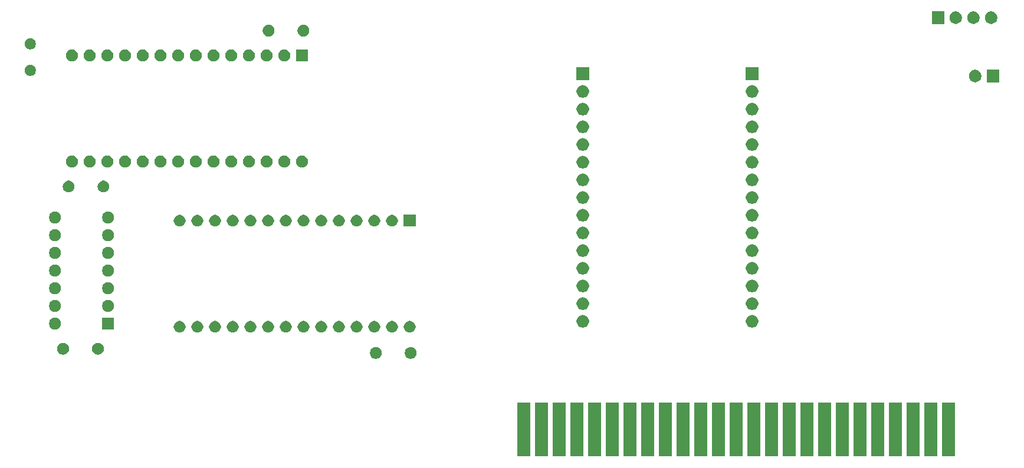
<source format=gbr>
G04 #@! TF.GenerationSoftware,KiCad,Pcbnew,(5.1.5)-3*
G04 #@! TF.CreationDate,2020-11-01T13:07:33-06:00*
G04 #@! TF.ProjectId,Aii-WiFi,4169692d-5769-4466-992e-6b696361645f,rev?*
G04 #@! TF.SameCoordinates,Original*
G04 #@! TF.FileFunction,Soldermask,Top*
G04 #@! TF.FilePolarity,Negative*
%FSLAX46Y46*%
G04 Gerber Fmt 4.6, Leading zero omitted, Abs format (unit mm)*
G04 Created by KiCad (PCBNEW (5.1.5)-3) date 2020-11-01 13:07:33*
%MOMM*%
%LPD*%
G04 APERTURE LIST*
%ADD10C,0.100000*%
G04 APERTURE END LIST*
D10*
G36*
X246050000Y-138481000D02*
G01*
X244170000Y-138481000D01*
X244170000Y-130759000D01*
X246050000Y-130759000D01*
X246050000Y-138481000D01*
G37*
G36*
X215570000Y-138481000D02*
G01*
X213690000Y-138481000D01*
X213690000Y-130759000D01*
X215570000Y-130759000D01*
X215570000Y-138481000D01*
G37*
G36*
X185090000Y-138481000D02*
G01*
X183210000Y-138481000D01*
X183210000Y-130759000D01*
X185090000Y-130759000D01*
X185090000Y-138481000D01*
G37*
G36*
X187630000Y-138481000D02*
G01*
X185750000Y-138481000D01*
X185750000Y-130759000D01*
X187630000Y-130759000D01*
X187630000Y-138481000D01*
G37*
G36*
X190170000Y-138481000D02*
G01*
X188290000Y-138481000D01*
X188290000Y-130759000D01*
X190170000Y-130759000D01*
X190170000Y-138481000D01*
G37*
G36*
X192710000Y-138481000D02*
G01*
X190830000Y-138481000D01*
X190830000Y-130759000D01*
X192710000Y-130759000D01*
X192710000Y-138481000D01*
G37*
G36*
X195250000Y-138481000D02*
G01*
X193370000Y-138481000D01*
X193370000Y-130759000D01*
X195250000Y-130759000D01*
X195250000Y-138481000D01*
G37*
G36*
X197790000Y-138481000D02*
G01*
X195910000Y-138481000D01*
X195910000Y-130759000D01*
X197790000Y-130759000D01*
X197790000Y-138481000D01*
G37*
G36*
X200330000Y-138481000D02*
G01*
X198450000Y-138481000D01*
X198450000Y-130759000D01*
X200330000Y-130759000D01*
X200330000Y-138481000D01*
G37*
G36*
X202870000Y-138481000D02*
G01*
X200990000Y-138481000D01*
X200990000Y-130759000D01*
X202870000Y-130759000D01*
X202870000Y-138481000D01*
G37*
G36*
X205410000Y-138481000D02*
G01*
X203530000Y-138481000D01*
X203530000Y-130759000D01*
X205410000Y-130759000D01*
X205410000Y-138481000D01*
G37*
G36*
X207950000Y-138481000D02*
G01*
X206070000Y-138481000D01*
X206070000Y-130759000D01*
X207950000Y-130759000D01*
X207950000Y-138481000D01*
G37*
G36*
X210490000Y-138481000D02*
G01*
X208610000Y-138481000D01*
X208610000Y-130759000D01*
X210490000Y-130759000D01*
X210490000Y-138481000D01*
G37*
G36*
X218110000Y-138481000D02*
G01*
X216230000Y-138481000D01*
X216230000Y-130759000D01*
X218110000Y-130759000D01*
X218110000Y-138481000D01*
G37*
G36*
X243510000Y-138481000D02*
G01*
X241630000Y-138481000D01*
X241630000Y-130759000D01*
X243510000Y-130759000D01*
X243510000Y-138481000D01*
G37*
G36*
X240970000Y-138481000D02*
G01*
X239090000Y-138481000D01*
X239090000Y-130759000D01*
X240970000Y-130759000D01*
X240970000Y-138481000D01*
G37*
G36*
X238430000Y-138481000D02*
G01*
X236550000Y-138481000D01*
X236550000Y-130759000D01*
X238430000Y-130759000D01*
X238430000Y-138481000D01*
G37*
G36*
X235890000Y-138481000D02*
G01*
X234010000Y-138481000D01*
X234010000Y-130759000D01*
X235890000Y-130759000D01*
X235890000Y-138481000D01*
G37*
G36*
X233350000Y-138481000D02*
G01*
X231470000Y-138481000D01*
X231470000Y-130759000D01*
X233350000Y-130759000D01*
X233350000Y-138481000D01*
G37*
G36*
X228270000Y-138481000D02*
G01*
X226390000Y-138481000D01*
X226390000Y-130759000D01*
X228270000Y-130759000D01*
X228270000Y-138481000D01*
G37*
G36*
X225730000Y-138481000D02*
G01*
X223850000Y-138481000D01*
X223850000Y-130759000D01*
X225730000Y-130759000D01*
X225730000Y-138481000D01*
G37*
G36*
X223190000Y-138481000D02*
G01*
X221310000Y-138481000D01*
X221310000Y-130759000D01*
X223190000Y-130759000D01*
X223190000Y-138481000D01*
G37*
G36*
X220650000Y-138481000D02*
G01*
X218770000Y-138481000D01*
X218770000Y-130759000D01*
X220650000Y-130759000D01*
X220650000Y-138481000D01*
G37*
G36*
X213030000Y-138481000D02*
G01*
X211150000Y-138481000D01*
X211150000Y-130759000D01*
X213030000Y-130759000D01*
X213030000Y-138481000D01*
G37*
G36*
X230810000Y-138481000D02*
G01*
X228930000Y-138481000D01*
X228930000Y-130759000D01*
X230810000Y-130759000D01*
X230810000Y-138481000D01*
G37*
G36*
X163148228Y-122781703D02*
G01*
X163303100Y-122845853D01*
X163442481Y-122938985D01*
X163561015Y-123057519D01*
X163654147Y-123196900D01*
X163718297Y-123351772D01*
X163751000Y-123516184D01*
X163751000Y-123683816D01*
X163718297Y-123848228D01*
X163654147Y-124003100D01*
X163561015Y-124142481D01*
X163442481Y-124261015D01*
X163303100Y-124354147D01*
X163148228Y-124418297D01*
X162983816Y-124451000D01*
X162816184Y-124451000D01*
X162651772Y-124418297D01*
X162496900Y-124354147D01*
X162357519Y-124261015D01*
X162238985Y-124142481D01*
X162145853Y-124003100D01*
X162081703Y-123848228D01*
X162049000Y-123683816D01*
X162049000Y-123516184D01*
X162081703Y-123351772D01*
X162145853Y-123196900D01*
X162238985Y-123057519D01*
X162357519Y-122938985D01*
X162496900Y-122845853D01*
X162651772Y-122781703D01*
X162816184Y-122749000D01*
X162983816Y-122749000D01*
X163148228Y-122781703D01*
G37*
G36*
X168148228Y-122781703D02*
G01*
X168303100Y-122845853D01*
X168442481Y-122938985D01*
X168561015Y-123057519D01*
X168654147Y-123196900D01*
X168718297Y-123351772D01*
X168751000Y-123516184D01*
X168751000Y-123683816D01*
X168718297Y-123848228D01*
X168654147Y-124003100D01*
X168561015Y-124142481D01*
X168442481Y-124261015D01*
X168303100Y-124354147D01*
X168148228Y-124418297D01*
X167983816Y-124451000D01*
X167816184Y-124451000D01*
X167651772Y-124418297D01*
X167496900Y-124354147D01*
X167357519Y-124261015D01*
X167238985Y-124142481D01*
X167145853Y-124003100D01*
X167081703Y-123848228D01*
X167049000Y-123683816D01*
X167049000Y-123516184D01*
X167081703Y-123351772D01*
X167145853Y-123196900D01*
X167238985Y-123057519D01*
X167357519Y-122938985D01*
X167496900Y-122845853D01*
X167651772Y-122781703D01*
X167816184Y-122749000D01*
X167983816Y-122749000D01*
X168148228Y-122781703D01*
G37*
G36*
X118248228Y-122181703D02*
G01*
X118403100Y-122245853D01*
X118542481Y-122338985D01*
X118661015Y-122457519D01*
X118754147Y-122596900D01*
X118818297Y-122751772D01*
X118851000Y-122916184D01*
X118851000Y-123083816D01*
X118818297Y-123248228D01*
X118754147Y-123403100D01*
X118661015Y-123542481D01*
X118542481Y-123661015D01*
X118403100Y-123754147D01*
X118248228Y-123818297D01*
X118083816Y-123851000D01*
X117916184Y-123851000D01*
X117751772Y-123818297D01*
X117596900Y-123754147D01*
X117457519Y-123661015D01*
X117338985Y-123542481D01*
X117245853Y-123403100D01*
X117181703Y-123248228D01*
X117149000Y-123083816D01*
X117149000Y-122916184D01*
X117181703Y-122751772D01*
X117245853Y-122596900D01*
X117338985Y-122457519D01*
X117457519Y-122338985D01*
X117596900Y-122245853D01*
X117751772Y-122181703D01*
X117916184Y-122149000D01*
X118083816Y-122149000D01*
X118248228Y-122181703D01*
G37*
G36*
X123248228Y-122181703D02*
G01*
X123403100Y-122245853D01*
X123542481Y-122338985D01*
X123661015Y-122457519D01*
X123754147Y-122596900D01*
X123818297Y-122751772D01*
X123851000Y-122916184D01*
X123851000Y-123083816D01*
X123818297Y-123248228D01*
X123754147Y-123403100D01*
X123661015Y-123542481D01*
X123542481Y-123661015D01*
X123403100Y-123754147D01*
X123248228Y-123818297D01*
X123083816Y-123851000D01*
X122916184Y-123851000D01*
X122751772Y-123818297D01*
X122596900Y-123754147D01*
X122457519Y-123661015D01*
X122338985Y-123542481D01*
X122245853Y-123403100D01*
X122181703Y-123248228D01*
X122149000Y-123083816D01*
X122149000Y-122916184D01*
X122181703Y-122751772D01*
X122245853Y-122596900D01*
X122338985Y-122457519D01*
X122457519Y-122338985D01*
X122596900Y-122245853D01*
X122751772Y-122181703D01*
X122916184Y-122149000D01*
X123083816Y-122149000D01*
X123248228Y-122181703D01*
G37*
G36*
X150218228Y-119031703D02*
G01*
X150373100Y-119095853D01*
X150512481Y-119188985D01*
X150631015Y-119307519D01*
X150724147Y-119446900D01*
X150788297Y-119601772D01*
X150821000Y-119766184D01*
X150821000Y-119933816D01*
X150788297Y-120098228D01*
X150724147Y-120253100D01*
X150631015Y-120392481D01*
X150512481Y-120511015D01*
X150373100Y-120604147D01*
X150218228Y-120668297D01*
X150053816Y-120701000D01*
X149886184Y-120701000D01*
X149721772Y-120668297D01*
X149566900Y-120604147D01*
X149427519Y-120511015D01*
X149308985Y-120392481D01*
X149215853Y-120253100D01*
X149151703Y-120098228D01*
X149119000Y-119933816D01*
X149119000Y-119766184D01*
X149151703Y-119601772D01*
X149215853Y-119446900D01*
X149308985Y-119307519D01*
X149427519Y-119188985D01*
X149566900Y-119095853D01*
X149721772Y-119031703D01*
X149886184Y-118999000D01*
X150053816Y-118999000D01*
X150218228Y-119031703D01*
G37*
G36*
X134978228Y-119031703D02*
G01*
X135133100Y-119095853D01*
X135272481Y-119188985D01*
X135391015Y-119307519D01*
X135484147Y-119446900D01*
X135548297Y-119601772D01*
X135581000Y-119766184D01*
X135581000Y-119933816D01*
X135548297Y-120098228D01*
X135484147Y-120253100D01*
X135391015Y-120392481D01*
X135272481Y-120511015D01*
X135133100Y-120604147D01*
X134978228Y-120668297D01*
X134813816Y-120701000D01*
X134646184Y-120701000D01*
X134481772Y-120668297D01*
X134326900Y-120604147D01*
X134187519Y-120511015D01*
X134068985Y-120392481D01*
X133975853Y-120253100D01*
X133911703Y-120098228D01*
X133879000Y-119933816D01*
X133879000Y-119766184D01*
X133911703Y-119601772D01*
X133975853Y-119446900D01*
X134068985Y-119307519D01*
X134187519Y-119188985D01*
X134326900Y-119095853D01*
X134481772Y-119031703D01*
X134646184Y-118999000D01*
X134813816Y-118999000D01*
X134978228Y-119031703D01*
G37*
G36*
X137518228Y-119031703D02*
G01*
X137673100Y-119095853D01*
X137812481Y-119188985D01*
X137931015Y-119307519D01*
X138024147Y-119446900D01*
X138088297Y-119601772D01*
X138121000Y-119766184D01*
X138121000Y-119933816D01*
X138088297Y-120098228D01*
X138024147Y-120253100D01*
X137931015Y-120392481D01*
X137812481Y-120511015D01*
X137673100Y-120604147D01*
X137518228Y-120668297D01*
X137353816Y-120701000D01*
X137186184Y-120701000D01*
X137021772Y-120668297D01*
X136866900Y-120604147D01*
X136727519Y-120511015D01*
X136608985Y-120392481D01*
X136515853Y-120253100D01*
X136451703Y-120098228D01*
X136419000Y-119933816D01*
X136419000Y-119766184D01*
X136451703Y-119601772D01*
X136515853Y-119446900D01*
X136608985Y-119307519D01*
X136727519Y-119188985D01*
X136866900Y-119095853D01*
X137021772Y-119031703D01*
X137186184Y-118999000D01*
X137353816Y-118999000D01*
X137518228Y-119031703D01*
G37*
G36*
X142598228Y-119031703D02*
G01*
X142753100Y-119095853D01*
X142892481Y-119188985D01*
X143011015Y-119307519D01*
X143104147Y-119446900D01*
X143168297Y-119601772D01*
X143201000Y-119766184D01*
X143201000Y-119933816D01*
X143168297Y-120098228D01*
X143104147Y-120253100D01*
X143011015Y-120392481D01*
X142892481Y-120511015D01*
X142753100Y-120604147D01*
X142598228Y-120668297D01*
X142433816Y-120701000D01*
X142266184Y-120701000D01*
X142101772Y-120668297D01*
X141946900Y-120604147D01*
X141807519Y-120511015D01*
X141688985Y-120392481D01*
X141595853Y-120253100D01*
X141531703Y-120098228D01*
X141499000Y-119933816D01*
X141499000Y-119766184D01*
X141531703Y-119601772D01*
X141595853Y-119446900D01*
X141688985Y-119307519D01*
X141807519Y-119188985D01*
X141946900Y-119095853D01*
X142101772Y-119031703D01*
X142266184Y-118999000D01*
X142433816Y-118999000D01*
X142598228Y-119031703D01*
G37*
G36*
X145138228Y-119031703D02*
G01*
X145293100Y-119095853D01*
X145432481Y-119188985D01*
X145551015Y-119307519D01*
X145644147Y-119446900D01*
X145708297Y-119601772D01*
X145741000Y-119766184D01*
X145741000Y-119933816D01*
X145708297Y-120098228D01*
X145644147Y-120253100D01*
X145551015Y-120392481D01*
X145432481Y-120511015D01*
X145293100Y-120604147D01*
X145138228Y-120668297D01*
X144973816Y-120701000D01*
X144806184Y-120701000D01*
X144641772Y-120668297D01*
X144486900Y-120604147D01*
X144347519Y-120511015D01*
X144228985Y-120392481D01*
X144135853Y-120253100D01*
X144071703Y-120098228D01*
X144039000Y-119933816D01*
X144039000Y-119766184D01*
X144071703Y-119601772D01*
X144135853Y-119446900D01*
X144228985Y-119307519D01*
X144347519Y-119188985D01*
X144486900Y-119095853D01*
X144641772Y-119031703D01*
X144806184Y-118999000D01*
X144973816Y-118999000D01*
X145138228Y-119031703D01*
G37*
G36*
X147678228Y-119031703D02*
G01*
X147833100Y-119095853D01*
X147972481Y-119188985D01*
X148091015Y-119307519D01*
X148184147Y-119446900D01*
X148248297Y-119601772D01*
X148281000Y-119766184D01*
X148281000Y-119933816D01*
X148248297Y-120098228D01*
X148184147Y-120253100D01*
X148091015Y-120392481D01*
X147972481Y-120511015D01*
X147833100Y-120604147D01*
X147678228Y-120668297D01*
X147513816Y-120701000D01*
X147346184Y-120701000D01*
X147181772Y-120668297D01*
X147026900Y-120604147D01*
X146887519Y-120511015D01*
X146768985Y-120392481D01*
X146675853Y-120253100D01*
X146611703Y-120098228D01*
X146579000Y-119933816D01*
X146579000Y-119766184D01*
X146611703Y-119601772D01*
X146675853Y-119446900D01*
X146768985Y-119307519D01*
X146887519Y-119188985D01*
X147026900Y-119095853D01*
X147181772Y-119031703D01*
X147346184Y-118999000D01*
X147513816Y-118999000D01*
X147678228Y-119031703D01*
G37*
G36*
X152758228Y-119031703D02*
G01*
X152913100Y-119095853D01*
X153052481Y-119188985D01*
X153171015Y-119307519D01*
X153264147Y-119446900D01*
X153328297Y-119601772D01*
X153361000Y-119766184D01*
X153361000Y-119933816D01*
X153328297Y-120098228D01*
X153264147Y-120253100D01*
X153171015Y-120392481D01*
X153052481Y-120511015D01*
X152913100Y-120604147D01*
X152758228Y-120668297D01*
X152593816Y-120701000D01*
X152426184Y-120701000D01*
X152261772Y-120668297D01*
X152106900Y-120604147D01*
X151967519Y-120511015D01*
X151848985Y-120392481D01*
X151755853Y-120253100D01*
X151691703Y-120098228D01*
X151659000Y-119933816D01*
X151659000Y-119766184D01*
X151691703Y-119601772D01*
X151755853Y-119446900D01*
X151848985Y-119307519D01*
X151967519Y-119188985D01*
X152106900Y-119095853D01*
X152261772Y-119031703D01*
X152426184Y-118999000D01*
X152593816Y-118999000D01*
X152758228Y-119031703D01*
G37*
G36*
X155298228Y-119031703D02*
G01*
X155453100Y-119095853D01*
X155592481Y-119188985D01*
X155711015Y-119307519D01*
X155804147Y-119446900D01*
X155868297Y-119601772D01*
X155901000Y-119766184D01*
X155901000Y-119933816D01*
X155868297Y-120098228D01*
X155804147Y-120253100D01*
X155711015Y-120392481D01*
X155592481Y-120511015D01*
X155453100Y-120604147D01*
X155298228Y-120668297D01*
X155133816Y-120701000D01*
X154966184Y-120701000D01*
X154801772Y-120668297D01*
X154646900Y-120604147D01*
X154507519Y-120511015D01*
X154388985Y-120392481D01*
X154295853Y-120253100D01*
X154231703Y-120098228D01*
X154199000Y-119933816D01*
X154199000Y-119766184D01*
X154231703Y-119601772D01*
X154295853Y-119446900D01*
X154388985Y-119307519D01*
X154507519Y-119188985D01*
X154646900Y-119095853D01*
X154801772Y-119031703D01*
X154966184Y-118999000D01*
X155133816Y-118999000D01*
X155298228Y-119031703D01*
G37*
G36*
X140058228Y-119031703D02*
G01*
X140213100Y-119095853D01*
X140352481Y-119188985D01*
X140471015Y-119307519D01*
X140564147Y-119446900D01*
X140628297Y-119601772D01*
X140661000Y-119766184D01*
X140661000Y-119933816D01*
X140628297Y-120098228D01*
X140564147Y-120253100D01*
X140471015Y-120392481D01*
X140352481Y-120511015D01*
X140213100Y-120604147D01*
X140058228Y-120668297D01*
X139893816Y-120701000D01*
X139726184Y-120701000D01*
X139561772Y-120668297D01*
X139406900Y-120604147D01*
X139267519Y-120511015D01*
X139148985Y-120392481D01*
X139055853Y-120253100D01*
X138991703Y-120098228D01*
X138959000Y-119933816D01*
X138959000Y-119766184D01*
X138991703Y-119601772D01*
X139055853Y-119446900D01*
X139148985Y-119307519D01*
X139267519Y-119188985D01*
X139406900Y-119095853D01*
X139561772Y-119031703D01*
X139726184Y-118999000D01*
X139893816Y-118999000D01*
X140058228Y-119031703D01*
G37*
G36*
X167998228Y-119031703D02*
G01*
X168153100Y-119095853D01*
X168292481Y-119188985D01*
X168411015Y-119307519D01*
X168504147Y-119446900D01*
X168568297Y-119601772D01*
X168601000Y-119766184D01*
X168601000Y-119933816D01*
X168568297Y-120098228D01*
X168504147Y-120253100D01*
X168411015Y-120392481D01*
X168292481Y-120511015D01*
X168153100Y-120604147D01*
X167998228Y-120668297D01*
X167833816Y-120701000D01*
X167666184Y-120701000D01*
X167501772Y-120668297D01*
X167346900Y-120604147D01*
X167207519Y-120511015D01*
X167088985Y-120392481D01*
X166995853Y-120253100D01*
X166931703Y-120098228D01*
X166899000Y-119933816D01*
X166899000Y-119766184D01*
X166931703Y-119601772D01*
X166995853Y-119446900D01*
X167088985Y-119307519D01*
X167207519Y-119188985D01*
X167346900Y-119095853D01*
X167501772Y-119031703D01*
X167666184Y-118999000D01*
X167833816Y-118999000D01*
X167998228Y-119031703D01*
G37*
G36*
X165458228Y-119031703D02*
G01*
X165613100Y-119095853D01*
X165752481Y-119188985D01*
X165871015Y-119307519D01*
X165964147Y-119446900D01*
X166028297Y-119601772D01*
X166061000Y-119766184D01*
X166061000Y-119933816D01*
X166028297Y-120098228D01*
X165964147Y-120253100D01*
X165871015Y-120392481D01*
X165752481Y-120511015D01*
X165613100Y-120604147D01*
X165458228Y-120668297D01*
X165293816Y-120701000D01*
X165126184Y-120701000D01*
X164961772Y-120668297D01*
X164806900Y-120604147D01*
X164667519Y-120511015D01*
X164548985Y-120392481D01*
X164455853Y-120253100D01*
X164391703Y-120098228D01*
X164359000Y-119933816D01*
X164359000Y-119766184D01*
X164391703Y-119601772D01*
X164455853Y-119446900D01*
X164548985Y-119307519D01*
X164667519Y-119188985D01*
X164806900Y-119095853D01*
X164961772Y-119031703D01*
X165126184Y-118999000D01*
X165293816Y-118999000D01*
X165458228Y-119031703D01*
G37*
G36*
X160378228Y-119031703D02*
G01*
X160533100Y-119095853D01*
X160672481Y-119188985D01*
X160791015Y-119307519D01*
X160884147Y-119446900D01*
X160948297Y-119601772D01*
X160981000Y-119766184D01*
X160981000Y-119933816D01*
X160948297Y-120098228D01*
X160884147Y-120253100D01*
X160791015Y-120392481D01*
X160672481Y-120511015D01*
X160533100Y-120604147D01*
X160378228Y-120668297D01*
X160213816Y-120701000D01*
X160046184Y-120701000D01*
X159881772Y-120668297D01*
X159726900Y-120604147D01*
X159587519Y-120511015D01*
X159468985Y-120392481D01*
X159375853Y-120253100D01*
X159311703Y-120098228D01*
X159279000Y-119933816D01*
X159279000Y-119766184D01*
X159311703Y-119601772D01*
X159375853Y-119446900D01*
X159468985Y-119307519D01*
X159587519Y-119188985D01*
X159726900Y-119095853D01*
X159881772Y-119031703D01*
X160046184Y-118999000D01*
X160213816Y-118999000D01*
X160378228Y-119031703D01*
G37*
G36*
X157838228Y-119031703D02*
G01*
X157993100Y-119095853D01*
X158132481Y-119188985D01*
X158251015Y-119307519D01*
X158344147Y-119446900D01*
X158408297Y-119601772D01*
X158441000Y-119766184D01*
X158441000Y-119933816D01*
X158408297Y-120098228D01*
X158344147Y-120253100D01*
X158251015Y-120392481D01*
X158132481Y-120511015D01*
X157993100Y-120604147D01*
X157838228Y-120668297D01*
X157673816Y-120701000D01*
X157506184Y-120701000D01*
X157341772Y-120668297D01*
X157186900Y-120604147D01*
X157047519Y-120511015D01*
X156928985Y-120392481D01*
X156835853Y-120253100D01*
X156771703Y-120098228D01*
X156739000Y-119933816D01*
X156739000Y-119766184D01*
X156771703Y-119601772D01*
X156835853Y-119446900D01*
X156928985Y-119307519D01*
X157047519Y-119188985D01*
X157186900Y-119095853D01*
X157341772Y-119031703D01*
X157506184Y-118999000D01*
X157673816Y-118999000D01*
X157838228Y-119031703D01*
G37*
G36*
X162918228Y-119031703D02*
G01*
X163073100Y-119095853D01*
X163212481Y-119188985D01*
X163331015Y-119307519D01*
X163424147Y-119446900D01*
X163488297Y-119601772D01*
X163521000Y-119766184D01*
X163521000Y-119933816D01*
X163488297Y-120098228D01*
X163424147Y-120253100D01*
X163331015Y-120392481D01*
X163212481Y-120511015D01*
X163073100Y-120604147D01*
X162918228Y-120668297D01*
X162753816Y-120701000D01*
X162586184Y-120701000D01*
X162421772Y-120668297D01*
X162266900Y-120604147D01*
X162127519Y-120511015D01*
X162008985Y-120392481D01*
X161915853Y-120253100D01*
X161851703Y-120098228D01*
X161819000Y-119933816D01*
X161819000Y-119766184D01*
X161851703Y-119601772D01*
X161915853Y-119446900D01*
X162008985Y-119307519D01*
X162127519Y-119188985D01*
X162266900Y-119095853D01*
X162421772Y-119031703D01*
X162586184Y-118999000D01*
X162753816Y-118999000D01*
X162918228Y-119031703D01*
G37*
G36*
X125311000Y-120231000D02*
G01*
X123609000Y-120231000D01*
X123609000Y-118529000D01*
X125311000Y-118529000D01*
X125311000Y-120231000D01*
G37*
G36*
X117088228Y-118561703D02*
G01*
X117243100Y-118625853D01*
X117382481Y-118718985D01*
X117501015Y-118837519D01*
X117594147Y-118976900D01*
X117658297Y-119131772D01*
X117691000Y-119296184D01*
X117691000Y-119463816D01*
X117658297Y-119628228D01*
X117594147Y-119783100D01*
X117501015Y-119922481D01*
X117382481Y-120041015D01*
X117243100Y-120134147D01*
X117088228Y-120198297D01*
X116923816Y-120231000D01*
X116756184Y-120231000D01*
X116591772Y-120198297D01*
X116436900Y-120134147D01*
X116297519Y-120041015D01*
X116178985Y-119922481D01*
X116085853Y-119783100D01*
X116021703Y-119628228D01*
X115989000Y-119463816D01*
X115989000Y-119296184D01*
X116021703Y-119131772D01*
X116085853Y-118976900D01*
X116178985Y-118837519D01*
X116297519Y-118718985D01*
X116436900Y-118625853D01*
X116591772Y-118561703D01*
X116756184Y-118529000D01*
X116923816Y-118529000D01*
X117088228Y-118561703D01*
G37*
G36*
X217013512Y-118163927D02*
G01*
X217162812Y-118193624D01*
X217326784Y-118261544D01*
X217474354Y-118360147D01*
X217599853Y-118485646D01*
X217698456Y-118633216D01*
X217766376Y-118797188D01*
X217801000Y-118971259D01*
X217801000Y-119148741D01*
X217766376Y-119322812D01*
X217698456Y-119486784D01*
X217599853Y-119634354D01*
X217474354Y-119759853D01*
X217326784Y-119858456D01*
X217162812Y-119926376D01*
X217013512Y-119956073D01*
X216988742Y-119961000D01*
X216811258Y-119961000D01*
X216786488Y-119956073D01*
X216637188Y-119926376D01*
X216473216Y-119858456D01*
X216325646Y-119759853D01*
X216200147Y-119634354D01*
X216101544Y-119486784D01*
X216033624Y-119322812D01*
X215999000Y-119148741D01*
X215999000Y-118971259D01*
X216033624Y-118797188D01*
X216101544Y-118633216D01*
X216200147Y-118485646D01*
X216325646Y-118360147D01*
X216473216Y-118261544D01*
X216637188Y-118193624D01*
X216786488Y-118163927D01*
X216811258Y-118159000D01*
X216988742Y-118159000D01*
X217013512Y-118163927D01*
G37*
G36*
X192713512Y-118163927D02*
G01*
X192862812Y-118193624D01*
X193026784Y-118261544D01*
X193174354Y-118360147D01*
X193299853Y-118485646D01*
X193398456Y-118633216D01*
X193466376Y-118797188D01*
X193501000Y-118971259D01*
X193501000Y-119148741D01*
X193466376Y-119322812D01*
X193398456Y-119486784D01*
X193299853Y-119634354D01*
X193174354Y-119759853D01*
X193026784Y-119858456D01*
X192862812Y-119926376D01*
X192713512Y-119956073D01*
X192688742Y-119961000D01*
X192511258Y-119961000D01*
X192486488Y-119956073D01*
X192337188Y-119926376D01*
X192173216Y-119858456D01*
X192025646Y-119759853D01*
X191900147Y-119634354D01*
X191801544Y-119486784D01*
X191733624Y-119322812D01*
X191699000Y-119148741D01*
X191699000Y-118971259D01*
X191733624Y-118797188D01*
X191801544Y-118633216D01*
X191900147Y-118485646D01*
X192025646Y-118360147D01*
X192173216Y-118261544D01*
X192337188Y-118193624D01*
X192486488Y-118163927D01*
X192511258Y-118159000D01*
X192688742Y-118159000D01*
X192713512Y-118163927D01*
G37*
G36*
X117088228Y-116021703D02*
G01*
X117243100Y-116085853D01*
X117382481Y-116178985D01*
X117501015Y-116297519D01*
X117594147Y-116436900D01*
X117658297Y-116591772D01*
X117691000Y-116756184D01*
X117691000Y-116923816D01*
X117658297Y-117088228D01*
X117594147Y-117243100D01*
X117501015Y-117382481D01*
X117382481Y-117501015D01*
X117243100Y-117594147D01*
X117088228Y-117658297D01*
X116923816Y-117691000D01*
X116756184Y-117691000D01*
X116591772Y-117658297D01*
X116436900Y-117594147D01*
X116297519Y-117501015D01*
X116178985Y-117382481D01*
X116085853Y-117243100D01*
X116021703Y-117088228D01*
X115989000Y-116923816D01*
X115989000Y-116756184D01*
X116021703Y-116591772D01*
X116085853Y-116436900D01*
X116178985Y-116297519D01*
X116297519Y-116178985D01*
X116436900Y-116085853D01*
X116591772Y-116021703D01*
X116756184Y-115989000D01*
X116923816Y-115989000D01*
X117088228Y-116021703D01*
G37*
G36*
X124708228Y-116021703D02*
G01*
X124863100Y-116085853D01*
X125002481Y-116178985D01*
X125121015Y-116297519D01*
X125214147Y-116436900D01*
X125278297Y-116591772D01*
X125311000Y-116756184D01*
X125311000Y-116923816D01*
X125278297Y-117088228D01*
X125214147Y-117243100D01*
X125121015Y-117382481D01*
X125002481Y-117501015D01*
X124863100Y-117594147D01*
X124708228Y-117658297D01*
X124543816Y-117691000D01*
X124376184Y-117691000D01*
X124211772Y-117658297D01*
X124056900Y-117594147D01*
X123917519Y-117501015D01*
X123798985Y-117382481D01*
X123705853Y-117243100D01*
X123641703Y-117088228D01*
X123609000Y-116923816D01*
X123609000Y-116756184D01*
X123641703Y-116591772D01*
X123705853Y-116436900D01*
X123798985Y-116297519D01*
X123917519Y-116178985D01*
X124056900Y-116085853D01*
X124211772Y-116021703D01*
X124376184Y-115989000D01*
X124543816Y-115989000D01*
X124708228Y-116021703D01*
G37*
G36*
X192713512Y-115623927D02*
G01*
X192862812Y-115653624D01*
X193026784Y-115721544D01*
X193174354Y-115820147D01*
X193299853Y-115945646D01*
X193398456Y-116093216D01*
X193466376Y-116257188D01*
X193501000Y-116431259D01*
X193501000Y-116608741D01*
X193466376Y-116782812D01*
X193398456Y-116946784D01*
X193299853Y-117094354D01*
X193174354Y-117219853D01*
X193026784Y-117318456D01*
X192862812Y-117386376D01*
X192713512Y-117416073D01*
X192688742Y-117421000D01*
X192511258Y-117421000D01*
X192486488Y-117416073D01*
X192337188Y-117386376D01*
X192173216Y-117318456D01*
X192025646Y-117219853D01*
X191900147Y-117094354D01*
X191801544Y-116946784D01*
X191733624Y-116782812D01*
X191699000Y-116608741D01*
X191699000Y-116431259D01*
X191733624Y-116257188D01*
X191801544Y-116093216D01*
X191900147Y-115945646D01*
X192025646Y-115820147D01*
X192173216Y-115721544D01*
X192337188Y-115653624D01*
X192486488Y-115623927D01*
X192511258Y-115619000D01*
X192688742Y-115619000D01*
X192713512Y-115623927D01*
G37*
G36*
X217013512Y-115623927D02*
G01*
X217162812Y-115653624D01*
X217326784Y-115721544D01*
X217474354Y-115820147D01*
X217599853Y-115945646D01*
X217698456Y-116093216D01*
X217766376Y-116257188D01*
X217801000Y-116431259D01*
X217801000Y-116608741D01*
X217766376Y-116782812D01*
X217698456Y-116946784D01*
X217599853Y-117094354D01*
X217474354Y-117219853D01*
X217326784Y-117318456D01*
X217162812Y-117386376D01*
X217013512Y-117416073D01*
X216988742Y-117421000D01*
X216811258Y-117421000D01*
X216786488Y-117416073D01*
X216637188Y-117386376D01*
X216473216Y-117318456D01*
X216325646Y-117219853D01*
X216200147Y-117094354D01*
X216101544Y-116946784D01*
X216033624Y-116782812D01*
X215999000Y-116608741D01*
X215999000Y-116431259D01*
X216033624Y-116257188D01*
X216101544Y-116093216D01*
X216200147Y-115945646D01*
X216325646Y-115820147D01*
X216473216Y-115721544D01*
X216637188Y-115653624D01*
X216786488Y-115623927D01*
X216811258Y-115619000D01*
X216988742Y-115619000D01*
X217013512Y-115623927D01*
G37*
G36*
X124708228Y-113481703D02*
G01*
X124863100Y-113545853D01*
X125002481Y-113638985D01*
X125121015Y-113757519D01*
X125214147Y-113896900D01*
X125278297Y-114051772D01*
X125311000Y-114216184D01*
X125311000Y-114383816D01*
X125278297Y-114548228D01*
X125214147Y-114703100D01*
X125121015Y-114842481D01*
X125002481Y-114961015D01*
X124863100Y-115054147D01*
X124708228Y-115118297D01*
X124543816Y-115151000D01*
X124376184Y-115151000D01*
X124211772Y-115118297D01*
X124056900Y-115054147D01*
X123917519Y-114961015D01*
X123798985Y-114842481D01*
X123705853Y-114703100D01*
X123641703Y-114548228D01*
X123609000Y-114383816D01*
X123609000Y-114216184D01*
X123641703Y-114051772D01*
X123705853Y-113896900D01*
X123798985Y-113757519D01*
X123917519Y-113638985D01*
X124056900Y-113545853D01*
X124211772Y-113481703D01*
X124376184Y-113449000D01*
X124543816Y-113449000D01*
X124708228Y-113481703D01*
G37*
G36*
X117088228Y-113481703D02*
G01*
X117243100Y-113545853D01*
X117382481Y-113638985D01*
X117501015Y-113757519D01*
X117594147Y-113896900D01*
X117658297Y-114051772D01*
X117691000Y-114216184D01*
X117691000Y-114383816D01*
X117658297Y-114548228D01*
X117594147Y-114703100D01*
X117501015Y-114842481D01*
X117382481Y-114961015D01*
X117243100Y-115054147D01*
X117088228Y-115118297D01*
X116923816Y-115151000D01*
X116756184Y-115151000D01*
X116591772Y-115118297D01*
X116436900Y-115054147D01*
X116297519Y-114961015D01*
X116178985Y-114842481D01*
X116085853Y-114703100D01*
X116021703Y-114548228D01*
X115989000Y-114383816D01*
X115989000Y-114216184D01*
X116021703Y-114051772D01*
X116085853Y-113896900D01*
X116178985Y-113757519D01*
X116297519Y-113638985D01*
X116436900Y-113545853D01*
X116591772Y-113481703D01*
X116756184Y-113449000D01*
X116923816Y-113449000D01*
X117088228Y-113481703D01*
G37*
G36*
X217013512Y-113083927D02*
G01*
X217162812Y-113113624D01*
X217326784Y-113181544D01*
X217474354Y-113280147D01*
X217599853Y-113405646D01*
X217698456Y-113553216D01*
X217766376Y-113717188D01*
X217801000Y-113891259D01*
X217801000Y-114068741D01*
X217766376Y-114242812D01*
X217698456Y-114406784D01*
X217599853Y-114554354D01*
X217474354Y-114679853D01*
X217326784Y-114778456D01*
X217162812Y-114846376D01*
X217013512Y-114876073D01*
X216988742Y-114881000D01*
X216811258Y-114881000D01*
X216786488Y-114876073D01*
X216637188Y-114846376D01*
X216473216Y-114778456D01*
X216325646Y-114679853D01*
X216200147Y-114554354D01*
X216101544Y-114406784D01*
X216033624Y-114242812D01*
X215999000Y-114068741D01*
X215999000Y-113891259D01*
X216033624Y-113717188D01*
X216101544Y-113553216D01*
X216200147Y-113405646D01*
X216325646Y-113280147D01*
X216473216Y-113181544D01*
X216637188Y-113113624D01*
X216786488Y-113083927D01*
X216811258Y-113079000D01*
X216988742Y-113079000D01*
X217013512Y-113083927D01*
G37*
G36*
X192713512Y-113083927D02*
G01*
X192862812Y-113113624D01*
X193026784Y-113181544D01*
X193174354Y-113280147D01*
X193299853Y-113405646D01*
X193398456Y-113553216D01*
X193466376Y-113717188D01*
X193501000Y-113891259D01*
X193501000Y-114068741D01*
X193466376Y-114242812D01*
X193398456Y-114406784D01*
X193299853Y-114554354D01*
X193174354Y-114679853D01*
X193026784Y-114778456D01*
X192862812Y-114846376D01*
X192713512Y-114876073D01*
X192688742Y-114881000D01*
X192511258Y-114881000D01*
X192486488Y-114876073D01*
X192337188Y-114846376D01*
X192173216Y-114778456D01*
X192025646Y-114679853D01*
X191900147Y-114554354D01*
X191801544Y-114406784D01*
X191733624Y-114242812D01*
X191699000Y-114068741D01*
X191699000Y-113891259D01*
X191733624Y-113717188D01*
X191801544Y-113553216D01*
X191900147Y-113405646D01*
X192025646Y-113280147D01*
X192173216Y-113181544D01*
X192337188Y-113113624D01*
X192486488Y-113083927D01*
X192511258Y-113079000D01*
X192688742Y-113079000D01*
X192713512Y-113083927D01*
G37*
G36*
X117088228Y-110941703D02*
G01*
X117243100Y-111005853D01*
X117382481Y-111098985D01*
X117501015Y-111217519D01*
X117594147Y-111356900D01*
X117658297Y-111511772D01*
X117691000Y-111676184D01*
X117691000Y-111843816D01*
X117658297Y-112008228D01*
X117594147Y-112163100D01*
X117501015Y-112302481D01*
X117382481Y-112421015D01*
X117243100Y-112514147D01*
X117088228Y-112578297D01*
X116923816Y-112611000D01*
X116756184Y-112611000D01*
X116591772Y-112578297D01*
X116436900Y-112514147D01*
X116297519Y-112421015D01*
X116178985Y-112302481D01*
X116085853Y-112163100D01*
X116021703Y-112008228D01*
X115989000Y-111843816D01*
X115989000Y-111676184D01*
X116021703Y-111511772D01*
X116085853Y-111356900D01*
X116178985Y-111217519D01*
X116297519Y-111098985D01*
X116436900Y-111005853D01*
X116591772Y-110941703D01*
X116756184Y-110909000D01*
X116923816Y-110909000D01*
X117088228Y-110941703D01*
G37*
G36*
X124708228Y-110941703D02*
G01*
X124863100Y-111005853D01*
X125002481Y-111098985D01*
X125121015Y-111217519D01*
X125214147Y-111356900D01*
X125278297Y-111511772D01*
X125311000Y-111676184D01*
X125311000Y-111843816D01*
X125278297Y-112008228D01*
X125214147Y-112163100D01*
X125121015Y-112302481D01*
X125002481Y-112421015D01*
X124863100Y-112514147D01*
X124708228Y-112578297D01*
X124543816Y-112611000D01*
X124376184Y-112611000D01*
X124211772Y-112578297D01*
X124056900Y-112514147D01*
X123917519Y-112421015D01*
X123798985Y-112302481D01*
X123705853Y-112163100D01*
X123641703Y-112008228D01*
X123609000Y-111843816D01*
X123609000Y-111676184D01*
X123641703Y-111511772D01*
X123705853Y-111356900D01*
X123798985Y-111217519D01*
X123917519Y-111098985D01*
X124056900Y-111005853D01*
X124211772Y-110941703D01*
X124376184Y-110909000D01*
X124543816Y-110909000D01*
X124708228Y-110941703D01*
G37*
G36*
X192713512Y-110543927D02*
G01*
X192862812Y-110573624D01*
X193026784Y-110641544D01*
X193174354Y-110740147D01*
X193299853Y-110865646D01*
X193398456Y-111013216D01*
X193466376Y-111177188D01*
X193501000Y-111351259D01*
X193501000Y-111528741D01*
X193466376Y-111702812D01*
X193398456Y-111866784D01*
X193299853Y-112014354D01*
X193174354Y-112139853D01*
X193026784Y-112238456D01*
X192862812Y-112306376D01*
X192713512Y-112336073D01*
X192688742Y-112341000D01*
X192511258Y-112341000D01*
X192486488Y-112336073D01*
X192337188Y-112306376D01*
X192173216Y-112238456D01*
X192025646Y-112139853D01*
X191900147Y-112014354D01*
X191801544Y-111866784D01*
X191733624Y-111702812D01*
X191699000Y-111528741D01*
X191699000Y-111351259D01*
X191733624Y-111177188D01*
X191801544Y-111013216D01*
X191900147Y-110865646D01*
X192025646Y-110740147D01*
X192173216Y-110641544D01*
X192337188Y-110573624D01*
X192486488Y-110543927D01*
X192511258Y-110539000D01*
X192688742Y-110539000D01*
X192713512Y-110543927D01*
G37*
G36*
X217013512Y-110543927D02*
G01*
X217162812Y-110573624D01*
X217326784Y-110641544D01*
X217474354Y-110740147D01*
X217599853Y-110865646D01*
X217698456Y-111013216D01*
X217766376Y-111177188D01*
X217801000Y-111351259D01*
X217801000Y-111528741D01*
X217766376Y-111702812D01*
X217698456Y-111866784D01*
X217599853Y-112014354D01*
X217474354Y-112139853D01*
X217326784Y-112238456D01*
X217162812Y-112306376D01*
X217013512Y-112336073D01*
X216988742Y-112341000D01*
X216811258Y-112341000D01*
X216786488Y-112336073D01*
X216637188Y-112306376D01*
X216473216Y-112238456D01*
X216325646Y-112139853D01*
X216200147Y-112014354D01*
X216101544Y-111866784D01*
X216033624Y-111702812D01*
X215999000Y-111528741D01*
X215999000Y-111351259D01*
X216033624Y-111177188D01*
X216101544Y-111013216D01*
X216200147Y-110865646D01*
X216325646Y-110740147D01*
X216473216Y-110641544D01*
X216637188Y-110573624D01*
X216786488Y-110543927D01*
X216811258Y-110539000D01*
X216988742Y-110539000D01*
X217013512Y-110543927D01*
G37*
G36*
X124708228Y-108401703D02*
G01*
X124863100Y-108465853D01*
X125002481Y-108558985D01*
X125121015Y-108677519D01*
X125214147Y-108816900D01*
X125278297Y-108971772D01*
X125311000Y-109136184D01*
X125311000Y-109303816D01*
X125278297Y-109468228D01*
X125214147Y-109623100D01*
X125121015Y-109762481D01*
X125002481Y-109881015D01*
X124863100Y-109974147D01*
X124708228Y-110038297D01*
X124543816Y-110071000D01*
X124376184Y-110071000D01*
X124211772Y-110038297D01*
X124056900Y-109974147D01*
X123917519Y-109881015D01*
X123798985Y-109762481D01*
X123705853Y-109623100D01*
X123641703Y-109468228D01*
X123609000Y-109303816D01*
X123609000Y-109136184D01*
X123641703Y-108971772D01*
X123705853Y-108816900D01*
X123798985Y-108677519D01*
X123917519Y-108558985D01*
X124056900Y-108465853D01*
X124211772Y-108401703D01*
X124376184Y-108369000D01*
X124543816Y-108369000D01*
X124708228Y-108401703D01*
G37*
G36*
X117088228Y-108401703D02*
G01*
X117243100Y-108465853D01*
X117382481Y-108558985D01*
X117501015Y-108677519D01*
X117594147Y-108816900D01*
X117658297Y-108971772D01*
X117691000Y-109136184D01*
X117691000Y-109303816D01*
X117658297Y-109468228D01*
X117594147Y-109623100D01*
X117501015Y-109762481D01*
X117382481Y-109881015D01*
X117243100Y-109974147D01*
X117088228Y-110038297D01*
X116923816Y-110071000D01*
X116756184Y-110071000D01*
X116591772Y-110038297D01*
X116436900Y-109974147D01*
X116297519Y-109881015D01*
X116178985Y-109762481D01*
X116085853Y-109623100D01*
X116021703Y-109468228D01*
X115989000Y-109303816D01*
X115989000Y-109136184D01*
X116021703Y-108971772D01*
X116085853Y-108816900D01*
X116178985Y-108677519D01*
X116297519Y-108558985D01*
X116436900Y-108465853D01*
X116591772Y-108401703D01*
X116756184Y-108369000D01*
X116923816Y-108369000D01*
X117088228Y-108401703D01*
G37*
G36*
X217013512Y-108003927D02*
G01*
X217162812Y-108033624D01*
X217326784Y-108101544D01*
X217474354Y-108200147D01*
X217599853Y-108325646D01*
X217698456Y-108473216D01*
X217766376Y-108637188D01*
X217801000Y-108811259D01*
X217801000Y-108988741D01*
X217766376Y-109162812D01*
X217698456Y-109326784D01*
X217599853Y-109474354D01*
X217474354Y-109599853D01*
X217326784Y-109698456D01*
X217162812Y-109766376D01*
X217013512Y-109796073D01*
X216988742Y-109801000D01*
X216811258Y-109801000D01*
X216786488Y-109796073D01*
X216637188Y-109766376D01*
X216473216Y-109698456D01*
X216325646Y-109599853D01*
X216200147Y-109474354D01*
X216101544Y-109326784D01*
X216033624Y-109162812D01*
X215999000Y-108988741D01*
X215999000Y-108811259D01*
X216033624Y-108637188D01*
X216101544Y-108473216D01*
X216200147Y-108325646D01*
X216325646Y-108200147D01*
X216473216Y-108101544D01*
X216637188Y-108033624D01*
X216786488Y-108003927D01*
X216811258Y-107999000D01*
X216988742Y-107999000D01*
X217013512Y-108003927D01*
G37*
G36*
X192713512Y-108003927D02*
G01*
X192862812Y-108033624D01*
X193026784Y-108101544D01*
X193174354Y-108200147D01*
X193299853Y-108325646D01*
X193398456Y-108473216D01*
X193466376Y-108637188D01*
X193501000Y-108811259D01*
X193501000Y-108988741D01*
X193466376Y-109162812D01*
X193398456Y-109326784D01*
X193299853Y-109474354D01*
X193174354Y-109599853D01*
X193026784Y-109698456D01*
X192862812Y-109766376D01*
X192713512Y-109796073D01*
X192688742Y-109801000D01*
X192511258Y-109801000D01*
X192486488Y-109796073D01*
X192337188Y-109766376D01*
X192173216Y-109698456D01*
X192025646Y-109599853D01*
X191900147Y-109474354D01*
X191801544Y-109326784D01*
X191733624Y-109162812D01*
X191699000Y-108988741D01*
X191699000Y-108811259D01*
X191733624Y-108637188D01*
X191801544Y-108473216D01*
X191900147Y-108325646D01*
X192025646Y-108200147D01*
X192173216Y-108101544D01*
X192337188Y-108033624D01*
X192486488Y-108003927D01*
X192511258Y-107999000D01*
X192688742Y-107999000D01*
X192713512Y-108003927D01*
G37*
G36*
X117088228Y-105861703D02*
G01*
X117243100Y-105925853D01*
X117382481Y-106018985D01*
X117501015Y-106137519D01*
X117594147Y-106276900D01*
X117658297Y-106431772D01*
X117691000Y-106596184D01*
X117691000Y-106763816D01*
X117658297Y-106928228D01*
X117594147Y-107083100D01*
X117501015Y-107222481D01*
X117382481Y-107341015D01*
X117243100Y-107434147D01*
X117088228Y-107498297D01*
X116923816Y-107531000D01*
X116756184Y-107531000D01*
X116591772Y-107498297D01*
X116436900Y-107434147D01*
X116297519Y-107341015D01*
X116178985Y-107222481D01*
X116085853Y-107083100D01*
X116021703Y-106928228D01*
X115989000Y-106763816D01*
X115989000Y-106596184D01*
X116021703Y-106431772D01*
X116085853Y-106276900D01*
X116178985Y-106137519D01*
X116297519Y-106018985D01*
X116436900Y-105925853D01*
X116591772Y-105861703D01*
X116756184Y-105829000D01*
X116923816Y-105829000D01*
X117088228Y-105861703D01*
G37*
G36*
X124708228Y-105861703D02*
G01*
X124863100Y-105925853D01*
X125002481Y-106018985D01*
X125121015Y-106137519D01*
X125214147Y-106276900D01*
X125278297Y-106431772D01*
X125311000Y-106596184D01*
X125311000Y-106763816D01*
X125278297Y-106928228D01*
X125214147Y-107083100D01*
X125121015Y-107222481D01*
X125002481Y-107341015D01*
X124863100Y-107434147D01*
X124708228Y-107498297D01*
X124543816Y-107531000D01*
X124376184Y-107531000D01*
X124211772Y-107498297D01*
X124056900Y-107434147D01*
X123917519Y-107341015D01*
X123798985Y-107222481D01*
X123705853Y-107083100D01*
X123641703Y-106928228D01*
X123609000Y-106763816D01*
X123609000Y-106596184D01*
X123641703Y-106431772D01*
X123705853Y-106276900D01*
X123798985Y-106137519D01*
X123917519Y-106018985D01*
X124056900Y-105925853D01*
X124211772Y-105861703D01*
X124376184Y-105829000D01*
X124543816Y-105829000D01*
X124708228Y-105861703D01*
G37*
G36*
X217013512Y-105463927D02*
G01*
X217162812Y-105493624D01*
X217326784Y-105561544D01*
X217474354Y-105660147D01*
X217599853Y-105785646D01*
X217698456Y-105933216D01*
X217766376Y-106097188D01*
X217801000Y-106271259D01*
X217801000Y-106448741D01*
X217766376Y-106622812D01*
X217698456Y-106786784D01*
X217599853Y-106934354D01*
X217474354Y-107059853D01*
X217326784Y-107158456D01*
X217162812Y-107226376D01*
X217013512Y-107256073D01*
X216988742Y-107261000D01*
X216811258Y-107261000D01*
X216786488Y-107256073D01*
X216637188Y-107226376D01*
X216473216Y-107158456D01*
X216325646Y-107059853D01*
X216200147Y-106934354D01*
X216101544Y-106786784D01*
X216033624Y-106622812D01*
X215999000Y-106448741D01*
X215999000Y-106271259D01*
X216033624Y-106097188D01*
X216101544Y-105933216D01*
X216200147Y-105785646D01*
X216325646Y-105660147D01*
X216473216Y-105561544D01*
X216637188Y-105493624D01*
X216786488Y-105463927D01*
X216811258Y-105459000D01*
X216988742Y-105459000D01*
X217013512Y-105463927D01*
G37*
G36*
X192713512Y-105463927D02*
G01*
X192862812Y-105493624D01*
X193026784Y-105561544D01*
X193174354Y-105660147D01*
X193299853Y-105785646D01*
X193398456Y-105933216D01*
X193466376Y-106097188D01*
X193501000Y-106271259D01*
X193501000Y-106448741D01*
X193466376Y-106622812D01*
X193398456Y-106786784D01*
X193299853Y-106934354D01*
X193174354Y-107059853D01*
X193026784Y-107158456D01*
X192862812Y-107226376D01*
X192713512Y-107256073D01*
X192688742Y-107261000D01*
X192511258Y-107261000D01*
X192486488Y-107256073D01*
X192337188Y-107226376D01*
X192173216Y-107158456D01*
X192025646Y-107059853D01*
X191900147Y-106934354D01*
X191801544Y-106786784D01*
X191733624Y-106622812D01*
X191699000Y-106448741D01*
X191699000Y-106271259D01*
X191733624Y-106097188D01*
X191801544Y-105933216D01*
X191900147Y-105785646D01*
X192025646Y-105660147D01*
X192173216Y-105561544D01*
X192337188Y-105493624D01*
X192486488Y-105463927D01*
X192511258Y-105459000D01*
X192688742Y-105459000D01*
X192713512Y-105463927D01*
G37*
G36*
X165458228Y-103791703D02*
G01*
X165613100Y-103855853D01*
X165752481Y-103948985D01*
X165871015Y-104067519D01*
X165964147Y-104206900D01*
X166028297Y-104361772D01*
X166061000Y-104526184D01*
X166061000Y-104693816D01*
X166028297Y-104858228D01*
X165964147Y-105013100D01*
X165871015Y-105152481D01*
X165752481Y-105271015D01*
X165613100Y-105364147D01*
X165458228Y-105428297D01*
X165293816Y-105461000D01*
X165126184Y-105461000D01*
X164961772Y-105428297D01*
X164806900Y-105364147D01*
X164667519Y-105271015D01*
X164548985Y-105152481D01*
X164455853Y-105013100D01*
X164391703Y-104858228D01*
X164359000Y-104693816D01*
X164359000Y-104526184D01*
X164391703Y-104361772D01*
X164455853Y-104206900D01*
X164548985Y-104067519D01*
X164667519Y-103948985D01*
X164806900Y-103855853D01*
X164961772Y-103791703D01*
X165126184Y-103759000D01*
X165293816Y-103759000D01*
X165458228Y-103791703D01*
G37*
G36*
X168601000Y-105461000D02*
G01*
X166899000Y-105461000D01*
X166899000Y-103759000D01*
X168601000Y-103759000D01*
X168601000Y-105461000D01*
G37*
G36*
X147678228Y-103791703D02*
G01*
X147833100Y-103855853D01*
X147972481Y-103948985D01*
X148091015Y-104067519D01*
X148184147Y-104206900D01*
X148248297Y-104361772D01*
X148281000Y-104526184D01*
X148281000Y-104693816D01*
X148248297Y-104858228D01*
X148184147Y-105013100D01*
X148091015Y-105152481D01*
X147972481Y-105271015D01*
X147833100Y-105364147D01*
X147678228Y-105428297D01*
X147513816Y-105461000D01*
X147346184Y-105461000D01*
X147181772Y-105428297D01*
X147026900Y-105364147D01*
X146887519Y-105271015D01*
X146768985Y-105152481D01*
X146675853Y-105013100D01*
X146611703Y-104858228D01*
X146579000Y-104693816D01*
X146579000Y-104526184D01*
X146611703Y-104361772D01*
X146675853Y-104206900D01*
X146768985Y-104067519D01*
X146887519Y-103948985D01*
X147026900Y-103855853D01*
X147181772Y-103791703D01*
X147346184Y-103759000D01*
X147513816Y-103759000D01*
X147678228Y-103791703D01*
G37*
G36*
X140058228Y-103791703D02*
G01*
X140213100Y-103855853D01*
X140352481Y-103948985D01*
X140471015Y-104067519D01*
X140564147Y-104206900D01*
X140628297Y-104361772D01*
X140661000Y-104526184D01*
X140661000Y-104693816D01*
X140628297Y-104858228D01*
X140564147Y-105013100D01*
X140471015Y-105152481D01*
X140352481Y-105271015D01*
X140213100Y-105364147D01*
X140058228Y-105428297D01*
X139893816Y-105461000D01*
X139726184Y-105461000D01*
X139561772Y-105428297D01*
X139406900Y-105364147D01*
X139267519Y-105271015D01*
X139148985Y-105152481D01*
X139055853Y-105013100D01*
X138991703Y-104858228D01*
X138959000Y-104693816D01*
X138959000Y-104526184D01*
X138991703Y-104361772D01*
X139055853Y-104206900D01*
X139148985Y-104067519D01*
X139267519Y-103948985D01*
X139406900Y-103855853D01*
X139561772Y-103791703D01*
X139726184Y-103759000D01*
X139893816Y-103759000D01*
X140058228Y-103791703D01*
G37*
G36*
X142598228Y-103791703D02*
G01*
X142753100Y-103855853D01*
X142892481Y-103948985D01*
X143011015Y-104067519D01*
X143104147Y-104206900D01*
X143168297Y-104361772D01*
X143201000Y-104526184D01*
X143201000Y-104693816D01*
X143168297Y-104858228D01*
X143104147Y-105013100D01*
X143011015Y-105152481D01*
X142892481Y-105271015D01*
X142753100Y-105364147D01*
X142598228Y-105428297D01*
X142433816Y-105461000D01*
X142266184Y-105461000D01*
X142101772Y-105428297D01*
X141946900Y-105364147D01*
X141807519Y-105271015D01*
X141688985Y-105152481D01*
X141595853Y-105013100D01*
X141531703Y-104858228D01*
X141499000Y-104693816D01*
X141499000Y-104526184D01*
X141531703Y-104361772D01*
X141595853Y-104206900D01*
X141688985Y-104067519D01*
X141807519Y-103948985D01*
X141946900Y-103855853D01*
X142101772Y-103791703D01*
X142266184Y-103759000D01*
X142433816Y-103759000D01*
X142598228Y-103791703D01*
G37*
G36*
X145138228Y-103791703D02*
G01*
X145293100Y-103855853D01*
X145432481Y-103948985D01*
X145551015Y-104067519D01*
X145644147Y-104206900D01*
X145708297Y-104361772D01*
X145741000Y-104526184D01*
X145741000Y-104693816D01*
X145708297Y-104858228D01*
X145644147Y-105013100D01*
X145551015Y-105152481D01*
X145432481Y-105271015D01*
X145293100Y-105364147D01*
X145138228Y-105428297D01*
X144973816Y-105461000D01*
X144806184Y-105461000D01*
X144641772Y-105428297D01*
X144486900Y-105364147D01*
X144347519Y-105271015D01*
X144228985Y-105152481D01*
X144135853Y-105013100D01*
X144071703Y-104858228D01*
X144039000Y-104693816D01*
X144039000Y-104526184D01*
X144071703Y-104361772D01*
X144135853Y-104206900D01*
X144228985Y-104067519D01*
X144347519Y-103948985D01*
X144486900Y-103855853D01*
X144641772Y-103791703D01*
X144806184Y-103759000D01*
X144973816Y-103759000D01*
X145138228Y-103791703D01*
G37*
G36*
X150218228Y-103791703D02*
G01*
X150373100Y-103855853D01*
X150512481Y-103948985D01*
X150631015Y-104067519D01*
X150724147Y-104206900D01*
X150788297Y-104361772D01*
X150821000Y-104526184D01*
X150821000Y-104693816D01*
X150788297Y-104858228D01*
X150724147Y-105013100D01*
X150631015Y-105152481D01*
X150512481Y-105271015D01*
X150373100Y-105364147D01*
X150218228Y-105428297D01*
X150053816Y-105461000D01*
X149886184Y-105461000D01*
X149721772Y-105428297D01*
X149566900Y-105364147D01*
X149427519Y-105271015D01*
X149308985Y-105152481D01*
X149215853Y-105013100D01*
X149151703Y-104858228D01*
X149119000Y-104693816D01*
X149119000Y-104526184D01*
X149151703Y-104361772D01*
X149215853Y-104206900D01*
X149308985Y-104067519D01*
X149427519Y-103948985D01*
X149566900Y-103855853D01*
X149721772Y-103791703D01*
X149886184Y-103759000D01*
X150053816Y-103759000D01*
X150218228Y-103791703D01*
G37*
G36*
X137518228Y-103791703D02*
G01*
X137673100Y-103855853D01*
X137812481Y-103948985D01*
X137931015Y-104067519D01*
X138024147Y-104206900D01*
X138088297Y-104361772D01*
X138121000Y-104526184D01*
X138121000Y-104693816D01*
X138088297Y-104858228D01*
X138024147Y-105013100D01*
X137931015Y-105152481D01*
X137812481Y-105271015D01*
X137673100Y-105364147D01*
X137518228Y-105428297D01*
X137353816Y-105461000D01*
X137186184Y-105461000D01*
X137021772Y-105428297D01*
X136866900Y-105364147D01*
X136727519Y-105271015D01*
X136608985Y-105152481D01*
X136515853Y-105013100D01*
X136451703Y-104858228D01*
X136419000Y-104693816D01*
X136419000Y-104526184D01*
X136451703Y-104361772D01*
X136515853Y-104206900D01*
X136608985Y-104067519D01*
X136727519Y-103948985D01*
X136866900Y-103855853D01*
X137021772Y-103791703D01*
X137186184Y-103759000D01*
X137353816Y-103759000D01*
X137518228Y-103791703D01*
G37*
G36*
X162918228Y-103791703D02*
G01*
X163073100Y-103855853D01*
X163212481Y-103948985D01*
X163331015Y-104067519D01*
X163424147Y-104206900D01*
X163488297Y-104361772D01*
X163521000Y-104526184D01*
X163521000Y-104693816D01*
X163488297Y-104858228D01*
X163424147Y-105013100D01*
X163331015Y-105152481D01*
X163212481Y-105271015D01*
X163073100Y-105364147D01*
X162918228Y-105428297D01*
X162753816Y-105461000D01*
X162586184Y-105461000D01*
X162421772Y-105428297D01*
X162266900Y-105364147D01*
X162127519Y-105271015D01*
X162008985Y-105152481D01*
X161915853Y-105013100D01*
X161851703Y-104858228D01*
X161819000Y-104693816D01*
X161819000Y-104526184D01*
X161851703Y-104361772D01*
X161915853Y-104206900D01*
X162008985Y-104067519D01*
X162127519Y-103948985D01*
X162266900Y-103855853D01*
X162421772Y-103791703D01*
X162586184Y-103759000D01*
X162753816Y-103759000D01*
X162918228Y-103791703D01*
G37*
G36*
X152758228Y-103791703D02*
G01*
X152913100Y-103855853D01*
X153052481Y-103948985D01*
X153171015Y-104067519D01*
X153264147Y-104206900D01*
X153328297Y-104361772D01*
X153361000Y-104526184D01*
X153361000Y-104693816D01*
X153328297Y-104858228D01*
X153264147Y-105013100D01*
X153171015Y-105152481D01*
X153052481Y-105271015D01*
X152913100Y-105364147D01*
X152758228Y-105428297D01*
X152593816Y-105461000D01*
X152426184Y-105461000D01*
X152261772Y-105428297D01*
X152106900Y-105364147D01*
X151967519Y-105271015D01*
X151848985Y-105152481D01*
X151755853Y-105013100D01*
X151691703Y-104858228D01*
X151659000Y-104693816D01*
X151659000Y-104526184D01*
X151691703Y-104361772D01*
X151755853Y-104206900D01*
X151848985Y-104067519D01*
X151967519Y-103948985D01*
X152106900Y-103855853D01*
X152261772Y-103791703D01*
X152426184Y-103759000D01*
X152593816Y-103759000D01*
X152758228Y-103791703D01*
G37*
G36*
X155298228Y-103791703D02*
G01*
X155453100Y-103855853D01*
X155592481Y-103948985D01*
X155711015Y-104067519D01*
X155804147Y-104206900D01*
X155868297Y-104361772D01*
X155901000Y-104526184D01*
X155901000Y-104693816D01*
X155868297Y-104858228D01*
X155804147Y-105013100D01*
X155711015Y-105152481D01*
X155592481Y-105271015D01*
X155453100Y-105364147D01*
X155298228Y-105428297D01*
X155133816Y-105461000D01*
X154966184Y-105461000D01*
X154801772Y-105428297D01*
X154646900Y-105364147D01*
X154507519Y-105271015D01*
X154388985Y-105152481D01*
X154295853Y-105013100D01*
X154231703Y-104858228D01*
X154199000Y-104693816D01*
X154199000Y-104526184D01*
X154231703Y-104361772D01*
X154295853Y-104206900D01*
X154388985Y-104067519D01*
X154507519Y-103948985D01*
X154646900Y-103855853D01*
X154801772Y-103791703D01*
X154966184Y-103759000D01*
X155133816Y-103759000D01*
X155298228Y-103791703D01*
G37*
G36*
X134978228Y-103791703D02*
G01*
X135133100Y-103855853D01*
X135272481Y-103948985D01*
X135391015Y-104067519D01*
X135484147Y-104206900D01*
X135548297Y-104361772D01*
X135581000Y-104526184D01*
X135581000Y-104693816D01*
X135548297Y-104858228D01*
X135484147Y-105013100D01*
X135391015Y-105152481D01*
X135272481Y-105271015D01*
X135133100Y-105364147D01*
X134978228Y-105428297D01*
X134813816Y-105461000D01*
X134646184Y-105461000D01*
X134481772Y-105428297D01*
X134326900Y-105364147D01*
X134187519Y-105271015D01*
X134068985Y-105152481D01*
X133975853Y-105013100D01*
X133911703Y-104858228D01*
X133879000Y-104693816D01*
X133879000Y-104526184D01*
X133911703Y-104361772D01*
X133975853Y-104206900D01*
X134068985Y-104067519D01*
X134187519Y-103948985D01*
X134326900Y-103855853D01*
X134481772Y-103791703D01*
X134646184Y-103759000D01*
X134813816Y-103759000D01*
X134978228Y-103791703D01*
G37*
G36*
X160378228Y-103791703D02*
G01*
X160533100Y-103855853D01*
X160672481Y-103948985D01*
X160791015Y-104067519D01*
X160884147Y-104206900D01*
X160948297Y-104361772D01*
X160981000Y-104526184D01*
X160981000Y-104693816D01*
X160948297Y-104858228D01*
X160884147Y-105013100D01*
X160791015Y-105152481D01*
X160672481Y-105271015D01*
X160533100Y-105364147D01*
X160378228Y-105428297D01*
X160213816Y-105461000D01*
X160046184Y-105461000D01*
X159881772Y-105428297D01*
X159726900Y-105364147D01*
X159587519Y-105271015D01*
X159468985Y-105152481D01*
X159375853Y-105013100D01*
X159311703Y-104858228D01*
X159279000Y-104693816D01*
X159279000Y-104526184D01*
X159311703Y-104361772D01*
X159375853Y-104206900D01*
X159468985Y-104067519D01*
X159587519Y-103948985D01*
X159726900Y-103855853D01*
X159881772Y-103791703D01*
X160046184Y-103759000D01*
X160213816Y-103759000D01*
X160378228Y-103791703D01*
G37*
G36*
X157838228Y-103791703D02*
G01*
X157993100Y-103855853D01*
X158132481Y-103948985D01*
X158251015Y-104067519D01*
X158344147Y-104206900D01*
X158408297Y-104361772D01*
X158441000Y-104526184D01*
X158441000Y-104693816D01*
X158408297Y-104858228D01*
X158344147Y-105013100D01*
X158251015Y-105152481D01*
X158132481Y-105271015D01*
X157993100Y-105364147D01*
X157838228Y-105428297D01*
X157673816Y-105461000D01*
X157506184Y-105461000D01*
X157341772Y-105428297D01*
X157186900Y-105364147D01*
X157047519Y-105271015D01*
X156928985Y-105152481D01*
X156835853Y-105013100D01*
X156771703Y-104858228D01*
X156739000Y-104693816D01*
X156739000Y-104526184D01*
X156771703Y-104361772D01*
X156835853Y-104206900D01*
X156928985Y-104067519D01*
X157047519Y-103948985D01*
X157186900Y-103855853D01*
X157341772Y-103791703D01*
X157506184Y-103759000D01*
X157673816Y-103759000D01*
X157838228Y-103791703D01*
G37*
G36*
X117088228Y-103321703D02*
G01*
X117243100Y-103385853D01*
X117382481Y-103478985D01*
X117501015Y-103597519D01*
X117594147Y-103736900D01*
X117658297Y-103891772D01*
X117691000Y-104056184D01*
X117691000Y-104223816D01*
X117658297Y-104388228D01*
X117594147Y-104543100D01*
X117501015Y-104682481D01*
X117382481Y-104801015D01*
X117243100Y-104894147D01*
X117088228Y-104958297D01*
X116923816Y-104991000D01*
X116756184Y-104991000D01*
X116591772Y-104958297D01*
X116436900Y-104894147D01*
X116297519Y-104801015D01*
X116178985Y-104682481D01*
X116085853Y-104543100D01*
X116021703Y-104388228D01*
X115989000Y-104223816D01*
X115989000Y-104056184D01*
X116021703Y-103891772D01*
X116085853Y-103736900D01*
X116178985Y-103597519D01*
X116297519Y-103478985D01*
X116436900Y-103385853D01*
X116591772Y-103321703D01*
X116756184Y-103289000D01*
X116923816Y-103289000D01*
X117088228Y-103321703D01*
G37*
G36*
X124708228Y-103321703D02*
G01*
X124863100Y-103385853D01*
X125002481Y-103478985D01*
X125121015Y-103597519D01*
X125214147Y-103736900D01*
X125278297Y-103891772D01*
X125311000Y-104056184D01*
X125311000Y-104223816D01*
X125278297Y-104388228D01*
X125214147Y-104543100D01*
X125121015Y-104682481D01*
X125002481Y-104801015D01*
X124863100Y-104894147D01*
X124708228Y-104958297D01*
X124543816Y-104991000D01*
X124376184Y-104991000D01*
X124211772Y-104958297D01*
X124056900Y-104894147D01*
X123917519Y-104801015D01*
X123798985Y-104682481D01*
X123705853Y-104543100D01*
X123641703Y-104388228D01*
X123609000Y-104223816D01*
X123609000Y-104056184D01*
X123641703Y-103891772D01*
X123705853Y-103736900D01*
X123798985Y-103597519D01*
X123917519Y-103478985D01*
X124056900Y-103385853D01*
X124211772Y-103321703D01*
X124376184Y-103289000D01*
X124543816Y-103289000D01*
X124708228Y-103321703D01*
G37*
G36*
X217013512Y-102923927D02*
G01*
X217162812Y-102953624D01*
X217326784Y-103021544D01*
X217474354Y-103120147D01*
X217599853Y-103245646D01*
X217698456Y-103393216D01*
X217766376Y-103557188D01*
X217801000Y-103731259D01*
X217801000Y-103908741D01*
X217766376Y-104082812D01*
X217698456Y-104246784D01*
X217599853Y-104394354D01*
X217474354Y-104519853D01*
X217326784Y-104618456D01*
X217162812Y-104686376D01*
X217013512Y-104716073D01*
X216988742Y-104721000D01*
X216811258Y-104721000D01*
X216786488Y-104716073D01*
X216637188Y-104686376D01*
X216473216Y-104618456D01*
X216325646Y-104519853D01*
X216200147Y-104394354D01*
X216101544Y-104246784D01*
X216033624Y-104082812D01*
X215999000Y-103908741D01*
X215999000Y-103731259D01*
X216033624Y-103557188D01*
X216101544Y-103393216D01*
X216200147Y-103245646D01*
X216325646Y-103120147D01*
X216473216Y-103021544D01*
X216637188Y-102953624D01*
X216786488Y-102923927D01*
X216811258Y-102919000D01*
X216988742Y-102919000D01*
X217013512Y-102923927D01*
G37*
G36*
X192713512Y-102923927D02*
G01*
X192862812Y-102953624D01*
X193026784Y-103021544D01*
X193174354Y-103120147D01*
X193299853Y-103245646D01*
X193398456Y-103393216D01*
X193466376Y-103557188D01*
X193501000Y-103731259D01*
X193501000Y-103908741D01*
X193466376Y-104082812D01*
X193398456Y-104246784D01*
X193299853Y-104394354D01*
X193174354Y-104519853D01*
X193026784Y-104618456D01*
X192862812Y-104686376D01*
X192713512Y-104716073D01*
X192688742Y-104721000D01*
X192511258Y-104721000D01*
X192486488Y-104716073D01*
X192337188Y-104686376D01*
X192173216Y-104618456D01*
X192025646Y-104519853D01*
X191900147Y-104394354D01*
X191801544Y-104246784D01*
X191733624Y-104082812D01*
X191699000Y-103908741D01*
X191699000Y-103731259D01*
X191733624Y-103557188D01*
X191801544Y-103393216D01*
X191900147Y-103245646D01*
X192025646Y-103120147D01*
X192173216Y-103021544D01*
X192337188Y-102953624D01*
X192486488Y-102923927D01*
X192511258Y-102919000D01*
X192688742Y-102919000D01*
X192713512Y-102923927D01*
G37*
G36*
X217013512Y-100383927D02*
G01*
X217162812Y-100413624D01*
X217326784Y-100481544D01*
X217474354Y-100580147D01*
X217599853Y-100705646D01*
X217698456Y-100853216D01*
X217766376Y-101017188D01*
X217801000Y-101191259D01*
X217801000Y-101368741D01*
X217766376Y-101542812D01*
X217698456Y-101706784D01*
X217599853Y-101854354D01*
X217474354Y-101979853D01*
X217326784Y-102078456D01*
X217162812Y-102146376D01*
X217013512Y-102176073D01*
X216988742Y-102181000D01*
X216811258Y-102181000D01*
X216786488Y-102176073D01*
X216637188Y-102146376D01*
X216473216Y-102078456D01*
X216325646Y-101979853D01*
X216200147Y-101854354D01*
X216101544Y-101706784D01*
X216033624Y-101542812D01*
X215999000Y-101368741D01*
X215999000Y-101191259D01*
X216033624Y-101017188D01*
X216101544Y-100853216D01*
X216200147Y-100705646D01*
X216325646Y-100580147D01*
X216473216Y-100481544D01*
X216637188Y-100413624D01*
X216786488Y-100383927D01*
X216811258Y-100379000D01*
X216988742Y-100379000D01*
X217013512Y-100383927D01*
G37*
G36*
X192713512Y-100383927D02*
G01*
X192862812Y-100413624D01*
X193026784Y-100481544D01*
X193174354Y-100580147D01*
X193299853Y-100705646D01*
X193398456Y-100853216D01*
X193466376Y-101017188D01*
X193501000Y-101191259D01*
X193501000Y-101368741D01*
X193466376Y-101542812D01*
X193398456Y-101706784D01*
X193299853Y-101854354D01*
X193174354Y-101979853D01*
X193026784Y-102078456D01*
X192862812Y-102146376D01*
X192713512Y-102176073D01*
X192688742Y-102181000D01*
X192511258Y-102181000D01*
X192486488Y-102176073D01*
X192337188Y-102146376D01*
X192173216Y-102078456D01*
X192025646Y-101979853D01*
X191900147Y-101854354D01*
X191801544Y-101706784D01*
X191733624Y-101542812D01*
X191699000Y-101368741D01*
X191699000Y-101191259D01*
X191733624Y-101017188D01*
X191801544Y-100853216D01*
X191900147Y-100705646D01*
X192025646Y-100580147D01*
X192173216Y-100481544D01*
X192337188Y-100413624D01*
X192486488Y-100383927D01*
X192511258Y-100379000D01*
X192688742Y-100379000D01*
X192713512Y-100383927D01*
G37*
G36*
X119048228Y-98881703D02*
G01*
X119203100Y-98945853D01*
X119342481Y-99038985D01*
X119461015Y-99157519D01*
X119554147Y-99296900D01*
X119618297Y-99451772D01*
X119651000Y-99616184D01*
X119651000Y-99783816D01*
X119618297Y-99948228D01*
X119554147Y-100103100D01*
X119461015Y-100242481D01*
X119342481Y-100361015D01*
X119203100Y-100454147D01*
X119048228Y-100518297D01*
X118883816Y-100551000D01*
X118716184Y-100551000D01*
X118551772Y-100518297D01*
X118396900Y-100454147D01*
X118257519Y-100361015D01*
X118138985Y-100242481D01*
X118045853Y-100103100D01*
X117981703Y-99948228D01*
X117949000Y-99783816D01*
X117949000Y-99616184D01*
X117981703Y-99451772D01*
X118045853Y-99296900D01*
X118138985Y-99157519D01*
X118257519Y-99038985D01*
X118396900Y-98945853D01*
X118551772Y-98881703D01*
X118716184Y-98849000D01*
X118883816Y-98849000D01*
X119048228Y-98881703D01*
G37*
G36*
X124048228Y-98881703D02*
G01*
X124203100Y-98945853D01*
X124342481Y-99038985D01*
X124461015Y-99157519D01*
X124554147Y-99296900D01*
X124618297Y-99451772D01*
X124651000Y-99616184D01*
X124651000Y-99783816D01*
X124618297Y-99948228D01*
X124554147Y-100103100D01*
X124461015Y-100242481D01*
X124342481Y-100361015D01*
X124203100Y-100454147D01*
X124048228Y-100518297D01*
X123883816Y-100551000D01*
X123716184Y-100551000D01*
X123551772Y-100518297D01*
X123396900Y-100454147D01*
X123257519Y-100361015D01*
X123138985Y-100242481D01*
X123045853Y-100103100D01*
X122981703Y-99948228D01*
X122949000Y-99783816D01*
X122949000Y-99616184D01*
X122981703Y-99451772D01*
X123045853Y-99296900D01*
X123138985Y-99157519D01*
X123257519Y-99038985D01*
X123396900Y-98945853D01*
X123551772Y-98881703D01*
X123716184Y-98849000D01*
X123883816Y-98849000D01*
X124048228Y-98881703D01*
G37*
G36*
X192713512Y-97843927D02*
G01*
X192862812Y-97873624D01*
X193026784Y-97941544D01*
X193174354Y-98040147D01*
X193299853Y-98165646D01*
X193398456Y-98313216D01*
X193466376Y-98477188D01*
X193501000Y-98651259D01*
X193501000Y-98828741D01*
X193466376Y-99002812D01*
X193398456Y-99166784D01*
X193299853Y-99314354D01*
X193174354Y-99439853D01*
X193026784Y-99538456D01*
X192862812Y-99606376D01*
X192713512Y-99636073D01*
X192688742Y-99641000D01*
X192511258Y-99641000D01*
X192486488Y-99636073D01*
X192337188Y-99606376D01*
X192173216Y-99538456D01*
X192025646Y-99439853D01*
X191900147Y-99314354D01*
X191801544Y-99166784D01*
X191733624Y-99002812D01*
X191699000Y-98828741D01*
X191699000Y-98651259D01*
X191733624Y-98477188D01*
X191801544Y-98313216D01*
X191900147Y-98165646D01*
X192025646Y-98040147D01*
X192173216Y-97941544D01*
X192337188Y-97873624D01*
X192486488Y-97843927D01*
X192511258Y-97839000D01*
X192688742Y-97839000D01*
X192713512Y-97843927D01*
G37*
G36*
X217013512Y-97843927D02*
G01*
X217162812Y-97873624D01*
X217326784Y-97941544D01*
X217474354Y-98040147D01*
X217599853Y-98165646D01*
X217698456Y-98313216D01*
X217766376Y-98477188D01*
X217801000Y-98651259D01*
X217801000Y-98828741D01*
X217766376Y-99002812D01*
X217698456Y-99166784D01*
X217599853Y-99314354D01*
X217474354Y-99439853D01*
X217326784Y-99538456D01*
X217162812Y-99606376D01*
X217013512Y-99636073D01*
X216988742Y-99641000D01*
X216811258Y-99641000D01*
X216786488Y-99636073D01*
X216637188Y-99606376D01*
X216473216Y-99538456D01*
X216325646Y-99439853D01*
X216200147Y-99314354D01*
X216101544Y-99166784D01*
X216033624Y-99002812D01*
X215999000Y-98828741D01*
X215999000Y-98651259D01*
X216033624Y-98477188D01*
X216101544Y-98313216D01*
X216200147Y-98165646D01*
X216325646Y-98040147D01*
X216473216Y-97941544D01*
X216637188Y-97873624D01*
X216786488Y-97843927D01*
X216811258Y-97839000D01*
X216988742Y-97839000D01*
X217013512Y-97843927D01*
G37*
G36*
X217013512Y-95303927D02*
G01*
X217162812Y-95333624D01*
X217326784Y-95401544D01*
X217474354Y-95500147D01*
X217599853Y-95625646D01*
X217698456Y-95773216D01*
X217766376Y-95937188D01*
X217801000Y-96111259D01*
X217801000Y-96288741D01*
X217766376Y-96462812D01*
X217698456Y-96626784D01*
X217599853Y-96774354D01*
X217474354Y-96899853D01*
X217326784Y-96998456D01*
X217162812Y-97066376D01*
X217013512Y-97096073D01*
X216988742Y-97101000D01*
X216811258Y-97101000D01*
X216786488Y-97096073D01*
X216637188Y-97066376D01*
X216473216Y-96998456D01*
X216325646Y-96899853D01*
X216200147Y-96774354D01*
X216101544Y-96626784D01*
X216033624Y-96462812D01*
X215999000Y-96288741D01*
X215999000Y-96111259D01*
X216033624Y-95937188D01*
X216101544Y-95773216D01*
X216200147Y-95625646D01*
X216325646Y-95500147D01*
X216473216Y-95401544D01*
X216637188Y-95333624D01*
X216786488Y-95303927D01*
X216811258Y-95299000D01*
X216988742Y-95299000D01*
X217013512Y-95303927D01*
G37*
G36*
X192713512Y-95303927D02*
G01*
X192862812Y-95333624D01*
X193026784Y-95401544D01*
X193174354Y-95500147D01*
X193299853Y-95625646D01*
X193398456Y-95773216D01*
X193466376Y-95937188D01*
X193501000Y-96111259D01*
X193501000Y-96288741D01*
X193466376Y-96462812D01*
X193398456Y-96626784D01*
X193299853Y-96774354D01*
X193174354Y-96899853D01*
X193026784Y-96998456D01*
X192862812Y-97066376D01*
X192713512Y-97096073D01*
X192688742Y-97101000D01*
X192511258Y-97101000D01*
X192486488Y-97096073D01*
X192337188Y-97066376D01*
X192173216Y-96998456D01*
X192025646Y-96899853D01*
X191900147Y-96774354D01*
X191801544Y-96626784D01*
X191733624Y-96462812D01*
X191699000Y-96288741D01*
X191699000Y-96111259D01*
X191733624Y-95937188D01*
X191801544Y-95773216D01*
X191900147Y-95625646D01*
X192025646Y-95500147D01*
X192173216Y-95401544D01*
X192337188Y-95333624D01*
X192486488Y-95303927D01*
X192511258Y-95299000D01*
X192688742Y-95299000D01*
X192713512Y-95303927D01*
G37*
G36*
X152538228Y-95281703D02*
G01*
X152693100Y-95345853D01*
X152832481Y-95438985D01*
X152951015Y-95557519D01*
X153044147Y-95696900D01*
X153108297Y-95851772D01*
X153141000Y-96016184D01*
X153141000Y-96183816D01*
X153108297Y-96348228D01*
X153044147Y-96503100D01*
X152951015Y-96642481D01*
X152832481Y-96761015D01*
X152693100Y-96854147D01*
X152538228Y-96918297D01*
X152373816Y-96951000D01*
X152206184Y-96951000D01*
X152041772Y-96918297D01*
X151886900Y-96854147D01*
X151747519Y-96761015D01*
X151628985Y-96642481D01*
X151535853Y-96503100D01*
X151471703Y-96348228D01*
X151439000Y-96183816D01*
X151439000Y-96016184D01*
X151471703Y-95851772D01*
X151535853Y-95696900D01*
X151628985Y-95557519D01*
X151747519Y-95438985D01*
X151886900Y-95345853D01*
X152041772Y-95281703D01*
X152206184Y-95249000D01*
X152373816Y-95249000D01*
X152538228Y-95281703D01*
G37*
G36*
X142378228Y-95281703D02*
G01*
X142533100Y-95345853D01*
X142672481Y-95438985D01*
X142791015Y-95557519D01*
X142884147Y-95696900D01*
X142948297Y-95851772D01*
X142981000Y-96016184D01*
X142981000Y-96183816D01*
X142948297Y-96348228D01*
X142884147Y-96503100D01*
X142791015Y-96642481D01*
X142672481Y-96761015D01*
X142533100Y-96854147D01*
X142378228Y-96918297D01*
X142213816Y-96951000D01*
X142046184Y-96951000D01*
X141881772Y-96918297D01*
X141726900Y-96854147D01*
X141587519Y-96761015D01*
X141468985Y-96642481D01*
X141375853Y-96503100D01*
X141311703Y-96348228D01*
X141279000Y-96183816D01*
X141279000Y-96016184D01*
X141311703Y-95851772D01*
X141375853Y-95696900D01*
X141468985Y-95557519D01*
X141587519Y-95438985D01*
X141726900Y-95345853D01*
X141881772Y-95281703D01*
X142046184Y-95249000D01*
X142213816Y-95249000D01*
X142378228Y-95281703D01*
G37*
G36*
X144918228Y-95281703D02*
G01*
X145073100Y-95345853D01*
X145212481Y-95438985D01*
X145331015Y-95557519D01*
X145424147Y-95696900D01*
X145488297Y-95851772D01*
X145521000Y-96016184D01*
X145521000Y-96183816D01*
X145488297Y-96348228D01*
X145424147Y-96503100D01*
X145331015Y-96642481D01*
X145212481Y-96761015D01*
X145073100Y-96854147D01*
X144918228Y-96918297D01*
X144753816Y-96951000D01*
X144586184Y-96951000D01*
X144421772Y-96918297D01*
X144266900Y-96854147D01*
X144127519Y-96761015D01*
X144008985Y-96642481D01*
X143915853Y-96503100D01*
X143851703Y-96348228D01*
X143819000Y-96183816D01*
X143819000Y-96016184D01*
X143851703Y-95851772D01*
X143915853Y-95696900D01*
X144008985Y-95557519D01*
X144127519Y-95438985D01*
X144266900Y-95345853D01*
X144421772Y-95281703D01*
X144586184Y-95249000D01*
X144753816Y-95249000D01*
X144918228Y-95281703D01*
G37*
G36*
X149998228Y-95281703D02*
G01*
X150153100Y-95345853D01*
X150292481Y-95438985D01*
X150411015Y-95557519D01*
X150504147Y-95696900D01*
X150568297Y-95851772D01*
X150601000Y-96016184D01*
X150601000Y-96183816D01*
X150568297Y-96348228D01*
X150504147Y-96503100D01*
X150411015Y-96642481D01*
X150292481Y-96761015D01*
X150153100Y-96854147D01*
X149998228Y-96918297D01*
X149833816Y-96951000D01*
X149666184Y-96951000D01*
X149501772Y-96918297D01*
X149346900Y-96854147D01*
X149207519Y-96761015D01*
X149088985Y-96642481D01*
X148995853Y-96503100D01*
X148931703Y-96348228D01*
X148899000Y-96183816D01*
X148899000Y-96016184D01*
X148931703Y-95851772D01*
X148995853Y-95696900D01*
X149088985Y-95557519D01*
X149207519Y-95438985D01*
X149346900Y-95345853D01*
X149501772Y-95281703D01*
X149666184Y-95249000D01*
X149833816Y-95249000D01*
X149998228Y-95281703D01*
G37*
G36*
X139838228Y-95281703D02*
G01*
X139993100Y-95345853D01*
X140132481Y-95438985D01*
X140251015Y-95557519D01*
X140344147Y-95696900D01*
X140408297Y-95851772D01*
X140441000Y-96016184D01*
X140441000Y-96183816D01*
X140408297Y-96348228D01*
X140344147Y-96503100D01*
X140251015Y-96642481D01*
X140132481Y-96761015D01*
X139993100Y-96854147D01*
X139838228Y-96918297D01*
X139673816Y-96951000D01*
X139506184Y-96951000D01*
X139341772Y-96918297D01*
X139186900Y-96854147D01*
X139047519Y-96761015D01*
X138928985Y-96642481D01*
X138835853Y-96503100D01*
X138771703Y-96348228D01*
X138739000Y-96183816D01*
X138739000Y-96016184D01*
X138771703Y-95851772D01*
X138835853Y-95696900D01*
X138928985Y-95557519D01*
X139047519Y-95438985D01*
X139186900Y-95345853D01*
X139341772Y-95281703D01*
X139506184Y-95249000D01*
X139673816Y-95249000D01*
X139838228Y-95281703D01*
G37*
G36*
X137298228Y-95281703D02*
G01*
X137453100Y-95345853D01*
X137592481Y-95438985D01*
X137711015Y-95557519D01*
X137804147Y-95696900D01*
X137868297Y-95851772D01*
X137901000Y-96016184D01*
X137901000Y-96183816D01*
X137868297Y-96348228D01*
X137804147Y-96503100D01*
X137711015Y-96642481D01*
X137592481Y-96761015D01*
X137453100Y-96854147D01*
X137298228Y-96918297D01*
X137133816Y-96951000D01*
X136966184Y-96951000D01*
X136801772Y-96918297D01*
X136646900Y-96854147D01*
X136507519Y-96761015D01*
X136388985Y-96642481D01*
X136295853Y-96503100D01*
X136231703Y-96348228D01*
X136199000Y-96183816D01*
X136199000Y-96016184D01*
X136231703Y-95851772D01*
X136295853Y-95696900D01*
X136388985Y-95557519D01*
X136507519Y-95438985D01*
X136646900Y-95345853D01*
X136801772Y-95281703D01*
X136966184Y-95249000D01*
X137133816Y-95249000D01*
X137298228Y-95281703D01*
G37*
G36*
X134758228Y-95281703D02*
G01*
X134913100Y-95345853D01*
X135052481Y-95438985D01*
X135171015Y-95557519D01*
X135264147Y-95696900D01*
X135328297Y-95851772D01*
X135361000Y-96016184D01*
X135361000Y-96183816D01*
X135328297Y-96348228D01*
X135264147Y-96503100D01*
X135171015Y-96642481D01*
X135052481Y-96761015D01*
X134913100Y-96854147D01*
X134758228Y-96918297D01*
X134593816Y-96951000D01*
X134426184Y-96951000D01*
X134261772Y-96918297D01*
X134106900Y-96854147D01*
X133967519Y-96761015D01*
X133848985Y-96642481D01*
X133755853Y-96503100D01*
X133691703Y-96348228D01*
X133659000Y-96183816D01*
X133659000Y-96016184D01*
X133691703Y-95851772D01*
X133755853Y-95696900D01*
X133848985Y-95557519D01*
X133967519Y-95438985D01*
X134106900Y-95345853D01*
X134261772Y-95281703D01*
X134426184Y-95249000D01*
X134593816Y-95249000D01*
X134758228Y-95281703D01*
G37*
G36*
X132218228Y-95281703D02*
G01*
X132373100Y-95345853D01*
X132512481Y-95438985D01*
X132631015Y-95557519D01*
X132724147Y-95696900D01*
X132788297Y-95851772D01*
X132821000Y-96016184D01*
X132821000Y-96183816D01*
X132788297Y-96348228D01*
X132724147Y-96503100D01*
X132631015Y-96642481D01*
X132512481Y-96761015D01*
X132373100Y-96854147D01*
X132218228Y-96918297D01*
X132053816Y-96951000D01*
X131886184Y-96951000D01*
X131721772Y-96918297D01*
X131566900Y-96854147D01*
X131427519Y-96761015D01*
X131308985Y-96642481D01*
X131215853Y-96503100D01*
X131151703Y-96348228D01*
X131119000Y-96183816D01*
X131119000Y-96016184D01*
X131151703Y-95851772D01*
X131215853Y-95696900D01*
X131308985Y-95557519D01*
X131427519Y-95438985D01*
X131566900Y-95345853D01*
X131721772Y-95281703D01*
X131886184Y-95249000D01*
X132053816Y-95249000D01*
X132218228Y-95281703D01*
G37*
G36*
X129678228Y-95281703D02*
G01*
X129833100Y-95345853D01*
X129972481Y-95438985D01*
X130091015Y-95557519D01*
X130184147Y-95696900D01*
X130248297Y-95851772D01*
X130281000Y-96016184D01*
X130281000Y-96183816D01*
X130248297Y-96348228D01*
X130184147Y-96503100D01*
X130091015Y-96642481D01*
X129972481Y-96761015D01*
X129833100Y-96854147D01*
X129678228Y-96918297D01*
X129513816Y-96951000D01*
X129346184Y-96951000D01*
X129181772Y-96918297D01*
X129026900Y-96854147D01*
X128887519Y-96761015D01*
X128768985Y-96642481D01*
X128675853Y-96503100D01*
X128611703Y-96348228D01*
X128579000Y-96183816D01*
X128579000Y-96016184D01*
X128611703Y-95851772D01*
X128675853Y-95696900D01*
X128768985Y-95557519D01*
X128887519Y-95438985D01*
X129026900Y-95345853D01*
X129181772Y-95281703D01*
X129346184Y-95249000D01*
X129513816Y-95249000D01*
X129678228Y-95281703D01*
G37*
G36*
X127138228Y-95281703D02*
G01*
X127293100Y-95345853D01*
X127432481Y-95438985D01*
X127551015Y-95557519D01*
X127644147Y-95696900D01*
X127708297Y-95851772D01*
X127741000Y-96016184D01*
X127741000Y-96183816D01*
X127708297Y-96348228D01*
X127644147Y-96503100D01*
X127551015Y-96642481D01*
X127432481Y-96761015D01*
X127293100Y-96854147D01*
X127138228Y-96918297D01*
X126973816Y-96951000D01*
X126806184Y-96951000D01*
X126641772Y-96918297D01*
X126486900Y-96854147D01*
X126347519Y-96761015D01*
X126228985Y-96642481D01*
X126135853Y-96503100D01*
X126071703Y-96348228D01*
X126039000Y-96183816D01*
X126039000Y-96016184D01*
X126071703Y-95851772D01*
X126135853Y-95696900D01*
X126228985Y-95557519D01*
X126347519Y-95438985D01*
X126486900Y-95345853D01*
X126641772Y-95281703D01*
X126806184Y-95249000D01*
X126973816Y-95249000D01*
X127138228Y-95281703D01*
G37*
G36*
X147458228Y-95281703D02*
G01*
X147613100Y-95345853D01*
X147752481Y-95438985D01*
X147871015Y-95557519D01*
X147964147Y-95696900D01*
X148028297Y-95851772D01*
X148061000Y-96016184D01*
X148061000Y-96183816D01*
X148028297Y-96348228D01*
X147964147Y-96503100D01*
X147871015Y-96642481D01*
X147752481Y-96761015D01*
X147613100Y-96854147D01*
X147458228Y-96918297D01*
X147293816Y-96951000D01*
X147126184Y-96951000D01*
X146961772Y-96918297D01*
X146806900Y-96854147D01*
X146667519Y-96761015D01*
X146548985Y-96642481D01*
X146455853Y-96503100D01*
X146391703Y-96348228D01*
X146359000Y-96183816D01*
X146359000Y-96016184D01*
X146391703Y-95851772D01*
X146455853Y-95696900D01*
X146548985Y-95557519D01*
X146667519Y-95438985D01*
X146806900Y-95345853D01*
X146961772Y-95281703D01*
X147126184Y-95249000D01*
X147293816Y-95249000D01*
X147458228Y-95281703D01*
G37*
G36*
X124598228Y-95281703D02*
G01*
X124753100Y-95345853D01*
X124892481Y-95438985D01*
X125011015Y-95557519D01*
X125104147Y-95696900D01*
X125168297Y-95851772D01*
X125201000Y-96016184D01*
X125201000Y-96183816D01*
X125168297Y-96348228D01*
X125104147Y-96503100D01*
X125011015Y-96642481D01*
X124892481Y-96761015D01*
X124753100Y-96854147D01*
X124598228Y-96918297D01*
X124433816Y-96951000D01*
X124266184Y-96951000D01*
X124101772Y-96918297D01*
X123946900Y-96854147D01*
X123807519Y-96761015D01*
X123688985Y-96642481D01*
X123595853Y-96503100D01*
X123531703Y-96348228D01*
X123499000Y-96183816D01*
X123499000Y-96016184D01*
X123531703Y-95851772D01*
X123595853Y-95696900D01*
X123688985Y-95557519D01*
X123807519Y-95438985D01*
X123946900Y-95345853D01*
X124101772Y-95281703D01*
X124266184Y-95249000D01*
X124433816Y-95249000D01*
X124598228Y-95281703D01*
G37*
G36*
X122058228Y-95281703D02*
G01*
X122213100Y-95345853D01*
X122352481Y-95438985D01*
X122471015Y-95557519D01*
X122564147Y-95696900D01*
X122628297Y-95851772D01*
X122661000Y-96016184D01*
X122661000Y-96183816D01*
X122628297Y-96348228D01*
X122564147Y-96503100D01*
X122471015Y-96642481D01*
X122352481Y-96761015D01*
X122213100Y-96854147D01*
X122058228Y-96918297D01*
X121893816Y-96951000D01*
X121726184Y-96951000D01*
X121561772Y-96918297D01*
X121406900Y-96854147D01*
X121267519Y-96761015D01*
X121148985Y-96642481D01*
X121055853Y-96503100D01*
X120991703Y-96348228D01*
X120959000Y-96183816D01*
X120959000Y-96016184D01*
X120991703Y-95851772D01*
X121055853Y-95696900D01*
X121148985Y-95557519D01*
X121267519Y-95438985D01*
X121406900Y-95345853D01*
X121561772Y-95281703D01*
X121726184Y-95249000D01*
X121893816Y-95249000D01*
X122058228Y-95281703D01*
G37*
G36*
X119518228Y-95281703D02*
G01*
X119673100Y-95345853D01*
X119812481Y-95438985D01*
X119931015Y-95557519D01*
X120024147Y-95696900D01*
X120088297Y-95851772D01*
X120121000Y-96016184D01*
X120121000Y-96183816D01*
X120088297Y-96348228D01*
X120024147Y-96503100D01*
X119931015Y-96642481D01*
X119812481Y-96761015D01*
X119673100Y-96854147D01*
X119518228Y-96918297D01*
X119353816Y-96951000D01*
X119186184Y-96951000D01*
X119021772Y-96918297D01*
X118866900Y-96854147D01*
X118727519Y-96761015D01*
X118608985Y-96642481D01*
X118515853Y-96503100D01*
X118451703Y-96348228D01*
X118419000Y-96183816D01*
X118419000Y-96016184D01*
X118451703Y-95851772D01*
X118515853Y-95696900D01*
X118608985Y-95557519D01*
X118727519Y-95438985D01*
X118866900Y-95345853D01*
X119021772Y-95281703D01*
X119186184Y-95249000D01*
X119353816Y-95249000D01*
X119518228Y-95281703D01*
G37*
G36*
X217013512Y-92763927D02*
G01*
X217162812Y-92793624D01*
X217326784Y-92861544D01*
X217474354Y-92960147D01*
X217599853Y-93085646D01*
X217698456Y-93233216D01*
X217766376Y-93397188D01*
X217801000Y-93571259D01*
X217801000Y-93748741D01*
X217766376Y-93922812D01*
X217698456Y-94086784D01*
X217599853Y-94234354D01*
X217474354Y-94359853D01*
X217326784Y-94458456D01*
X217162812Y-94526376D01*
X217013512Y-94556073D01*
X216988742Y-94561000D01*
X216811258Y-94561000D01*
X216786488Y-94556073D01*
X216637188Y-94526376D01*
X216473216Y-94458456D01*
X216325646Y-94359853D01*
X216200147Y-94234354D01*
X216101544Y-94086784D01*
X216033624Y-93922812D01*
X215999000Y-93748741D01*
X215999000Y-93571259D01*
X216033624Y-93397188D01*
X216101544Y-93233216D01*
X216200147Y-93085646D01*
X216325646Y-92960147D01*
X216473216Y-92861544D01*
X216637188Y-92793624D01*
X216786488Y-92763927D01*
X216811258Y-92759000D01*
X216988742Y-92759000D01*
X217013512Y-92763927D01*
G37*
G36*
X192713512Y-92763927D02*
G01*
X192862812Y-92793624D01*
X193026784Y-92861544D01*
X193174354Y-92960147D01*
X193299853Y-93085646D01*
X193398456Y-93233216D01*
X193466376Y-93397188D01*
X193501000Y-93571259D01*
X193501000Y-93748741D01*
X193466376Y-93922812D01*
X193398456Y-94086784D01*
X193299853Y-94234354D01*
X193174354Y-94359853D01*
X193026784Y-94458456D01*
X192862812Y-94526376D01*
X192713512Y-94556073D01*
X192688742Y-94561000D01*
X192511258Y-94561000D01*
X192486488Y-94556073D01*
X192337188Y-94526376D01*
X192173216Y-94458456D01*
X192025646Y-94359853D01*
X191900147Y-94234354D01*
X191801544Y-94086784D01*
X191733624Y-93922812D01*
X191699000Y-93748741D01*
X191699000Y-93571259D01*
X191733624Y-93397188D01*
X191801544Y-93233216D01*
X191900147Y-93085646D01*
X192025646Y-92960147D01*
X192173216Y-92861544D01*
X192337188Y-92793624D01*
X192486488Y-92763927D01*
X192511258Y-92759000D01*
X192688742Y-92759000D01*
X192713512Y-92763927D01*
G37*
G36*
X192713512Y-90223927D02*
G01*
X192862812Y-90253624D01*
X193026784Y-90321544D01*
X193174354Y-90420147D01*
X193299853Y-90545646D01*
X193398456Y-90693216D01*
X193466376Y-90857188D01*
X193501000Y-91031259D01*
X193501000Y-91208741D01*
X193466376Y-91382812D01*
X193398456Y-91546784D01*
X193299853Y-91694354D01*
X193174354Y-91819853D01*
X193026784Y-91918456D01*
X192862812Y-91986376D01*
X192713512Y-92016073D01*
X192688742Y-92021000D01*
X192511258Y-92021000D01*
X192486488Y-92016073D01*
X192337188Y-91986376D01*
X192173216Y-91918456D01*
X192025646Y-91819853D01*
X191900147Y-91694354D01*
X191801544Y-91546784D01*
X191733624Y-91382812D01*
X191699000Y-91208741D01*
X191699000Y-91031259D01*
X191733624Y-90857188D01*
X191801544Y-90693216D01*
X191900147Y-90545646D01*
X192025646Y-90420147D01*
X192173216Y-90321544D01*
X192337188Y-90253624D01*
X192486488Y-90223927D01*
X192511258Y-90219000D01*
X192688742Y-90219000D01*
X192713512Y-90223927D01*
G37*
G36*
X217013512Y-90223927D02*
G01*
X217162812Y-90253624D01*
X217326784Y-90321544D01*
X217474354Y-90420147D01*
X217599853Y-90545646D01*
X217698456Y-90693216D01*
X217766376Y-90857188D01*
X217801000Y-91031259D01*
X217801000Y-91208741D01*
X217766376Y-91382812D01*
X217698456Y-91546784D01*
X217599853Y-91694354D01*
X217474354Y-91819853D01*
X217326784Y-91918456D01*
X217162812Y-91986376D01*
X217013512Y-92016073D01*
X216988742Y-92021000D01*
X216811258Y-92021000D01*
X216786488Y-92016073D01*
X216637188Y-91986376D01*
X216473216Y-91918456D01*
X216325646Y-91819853D01*
X216200147Y-91694354D01*
X216101544Y-91546784D01*
X216033624Y-91382812D01*
X215999000Y-91208741D01*
X215999000Y-91031259D01*
X216033624Y-90857188D01*
X216101544Y-90693216D01*
X216200147Y-90545646D01*
X216325646Y-90420147D01*
X216473216Y-90321544D01*
X216637188Y-90253624D01*
X216786488Y-90223927D01*
X216811258Y-90219000D01*
X216988742Y-90219000D01*
X217013512Y-90223927D01*
G37*
G36*
X192713512Y-87683927D02*
G01*
X192862812Y-87713624D01*
X193026784Y-87781544D01*
X193174354Y-87880147D01*
X193299853Y-88005646D01*
X193398456Y-88153216D01*
X193466376Y-88317188D01*
X193501000Y-88491259D01*
X193501000Y-88668741D01*
X193466376Y-88842812D01*
X193398456Y-89006784D01*
X193299853Y-89154354D01*
X193174354Y-89279853D01*
X193026784Y-89378456D01*
X192862812Y-89446376D01*
X192713512Y-89476073D01*
X192688742Y-89481000D01*
X192511258Y-89481000D01*
X192486488Y-89476073D01*
X192337188Y-89446376D01*
X192173216Y-89378456D01*
X192025646Y-89279853D01*
X191900147Y-89154354D01*
X191801544Y-89006784D01*
X191733624Y-88842812D01*
X191699000Y-88668741D01*
X191699000Y-88491259D01*
X191733624Y-88317188D01*
X191801544Y-88153216D01*
X191900147Y-88005646D01*
X192025646Y-87880147D01*
X192173216Y-87781544D01*
X192337188Y-87713624D01*
X192486488Y-87683927D01*
X192511258Y-87679000D01*
X192688742Y-87679000D01*
X192713512Y-87683927D01*
G37*
G36*
X217013512Y-87683927D02*
G01*
X217162812Y-87713624D01*
X217326784Y-87781544D01*
X217474354Y-87880147D01*
X217599853Y-88005646D01*
X217698456Y-88153216D01*
X217766376Y-88317188D01*
X217801000Y-88491259D01*
X217801000Y-88668741D01*
X217766376Y-88842812D01*
X217698456Y-89006784D01*
X217599853Y-89154354D01*
X217474354Y-89279853D01*
X217326784Y-89378456D01*
X217162812Y-89446376D01*
X217013512Y-89476073D01*
X216988742Y-89481000D01*
X216811258Y-89481000D01*
X216786488Y-89476073D01*
X216637188Y-89446376D01*
X216473216Y-89378456D01*
X216325646Y-89279853D01*
X216200147Y-89154354D01*
X216101544Y-89006784D01*
X216033624Y-88842812D01*
X215999000Y-88668741D01*
X215999000Y-88491259D01*
X216033624Y-88317188D01*
X216101544Y-88153216D01*
X216200147Y-88005646D01*
X216325646Y-87880147D01*
X216473216Y-87781544D01*
X216637188Y-87713624D01*
X216786488Y-87683927D01*
X216811258Y-87679000D01*
X216988742Y-87679000D01*
X217013512Y-87683927D01*
G37*
G36*
X217013512Y-85143927D02*
G01*
X217162812Y-85173624D01*
X217326784Y-85241544D01*
X217474354Y-85340147D01*
X217599853Y-85465646D01*
X217698456Y-85613216D01*
X217766376Y-85777188D01*
X217801000Y-85951259D01*
X217801000Y-86128741D01*
X217766376Y-86302812D01*
X217698456Y-86466784D01*
X217599853Y-86614354D01*
X217474354Y-86739853D01*
X217326784Y-86838456D01*
X217162812Y-86906376D01*
X217013512Y-86936073D01*
X216988742Y-86941000D01*
X216811258Y-86941000D01*
X216786488Y-86936073D01*
X216637188Y-86906376D01*
X216473216Y-86838456D01*
X216325646Y-86739853D01*
X216200147Y-86614354D01*
X216101544Y-86466784D01*
X216033624Y-86302812D01*
X215999000Y-86128741D01*
X215999000Y-85951259D01*
X216033624Y-85777188D01*
X216101544Y-85613216D01*
X216200147Y-85465646D01*
X216325646Y-85340147D01*
X216473216Y-85241544D01*
X216637188Y-85173624D01*
X216786488Y-85143927D01*
X216811258Y-85139000D01*
X216988742Y-85139000D01*
X217013512Y-85143927D01*
G37*
G36*
X192713512Y-85143927D02*
G01*
X192862812Y-85173624D01*
X193026784Y-85241544D01*
X193174354Y-85340147D01*
X193299853Y-85465646D01*
X193398456Y-85613216D01*
X193466376Y-85777188D01*
X193501000Y-85951259D01*
X193501000Y-86128741D01*
X193466376Y-86302812D01*
X193398456Y-86466784D01*
X193299853Y-86614354D01*
X193174354Y-86739853D01*
X193026784Y-86838456D01*
X192862812Y-86906376D01*
X192713512Y-86936073D01*
X192688742Y-86941000D01*
X192511258Y-86941000D01*
X192486488Y-86936073D01*
X192337188Y-86906376D01*
X192173216Y-86838456D01*
X192025646Y-86739853D01*
X191900147Y-86614354D01*
X191801544Y-86466784D01*
X191733624Y-86302812D01*
X191699000Y-86128741D01*
X191699000Y-85951259D01*
X191733624Y-85777188D01*
X191801544Y-85613216D01*
X191900147Y-85465646D01*
X192025646Y-85340147D01*
X192173216Y-85241544D01*
X192337188Y-85173624D01*
X192486488Y-85143927D01*
X192511258Y-85139000D01*
X192688742Y-85139000D01*
X192713512Y-85143927D01*
G37*
G36*
X249019334Y-82921107D02*
G01*
X249182812Y-82953624D01*
X249346784Y-83021544D01*
X249494354Y-83120147D01*
X249619853Y-83245646D01*
X249718456Y-83393216D01*
X249786376Y-83557188D01*
X249821000Y-83731259D01*
X249821000Y-83908741D01*
X249786376Y-84082812D01*
X249718456Y-84246784D01*
X249619853Y-84394354D01*
X249494354Y-84519853D01*
X249346784Y-84618456D01*
X249182812Y-84686376D01*
X249033512Y-84716073D01*
X249008742Y-84721000D01*
X248831258Y-84721000D01*
X248806488Y-84716073D01*
X248657188Y-84686376D01*
X248493216Y-84618456D01*
X248345646Y-84519853D01*
X248220147Y-84394354D01*
X248121544Y-84246784D01*
X248053624Y-84082812D01*
X248019000Y-83908741D01*
X248019000Y-83731259D01*
X248053624Y-83557188D01*
X248121544Y-83393216D01*
X248220147Y-83245646D01*
X248345646Y-83120147D01*
X248493216Y-83021544D01*
X248657188Y-82953624D01*
X248820666Y-82921107D01*
X248831258Y-82919000D01*
X249008742Y-82919000D01*
X249019334Y-82921107D01*
G37*
G36*
X252361000Y-84721000D02*
G01*
X250559000Y-84721000D01*
X250559000Y-82919000D01*
X252361000Y-82919000D01*
X252361000Y-84721000D01*
G37*
G36*
X193501000Y-84401000D02*
G01*
X191699000Y-84401000D01*
X191699000Y-82599000D01*
X193501000Y-82599000D01*
X193501000Y-84401000D01*
G37*
G36*
X217801000Y-84401000D02*
G01*
X215999000Y-84401000D01*
X215999000Y-82599000D01*
X217801000Y-82599000D01*
X217801000Y-84401000D01*
G37*
G36*
X113533642Y-82229781D02*
G01*
X113679414Y-82290162D01*
X113679416Y-82290163D01*
X113810608Y-82377822D01*
X113922178Y-82489392D01*
X113995415Y-82599000D01*
X114009838Y-82620586D01*
X114070219Y-82766358D01*
X114101000Y-82921107D01*
X114101000Y-83078893D01*
X114070219Y-83233642D01*
X114065246Y-83245647D01*
X114009837Y-83379416D01*
X113922178Y-83510608D01*
X113810608Y-83622178D01*
X113679416Y-83709837D01*
X113679415Y-83709838D01*
X113679414Y-83709838D01*
X113533642Y-83770219D01*
X113378893Y-83801000D01*
X113221107Y-83801000D01*
X113066358Y-83770219D01*
X112920586Y-83709838D01*
X112920585Y-83709838D01*
X112920584Y-83709837D01*
X112789392Y-83622178D01*
X112677822Y-83510608D01*
X112590163Y-83379416D01*
X112534754Y-83245647D01*
X112529781Y-83233642D01*
X112499000Y-83078893D01*
X112499000Y-82921107D01*
X112529781Y-82766358D01*
X112590162Y-82620586D01*
X112604585Y-82599000D01*
X112677822Y-82489392D01*
X112789392Y-82377822D01*
X112920584Y-82290163D01*
X112920586Y-82290162D01*
X113066358Y-82229781D01*
X113221107Y-82199000D01*
X113378893Y-82199000D01*
X113533642Y-82229781D01*
G37*
G36*
X137298228Y-80041703D02*
G01*
X137453100Y-80105853D01*
X137592481Y-80198985D01*
X137711015Y-80317519D01*
X137804147Y-80456900D01*
X137868297Y-80611772D01*
X137901000Y-80776184D01*
X137901000Y-80943816D01*
X137868297Y-81108228D01*
X137804147Y-81263100D01*
X137711015Y-81402481D01*
X137592481Y-81521015D01*
X137453100Y-81614147D01*
X137298228Y-81678297D01*
X137133816Y-81711000D01*
X136966184Y-81711000D01*
X136801772Y-81678297D01*
X136646900Y-81614147D01*
X136507519Y-81521015D01*
X136388985Y-81402481D01*
X136295853Y-81263100D01*
X136231703Y-81108228D01*
X136199000Y-80943816D01*
X136199000Y-80776184D01*
X136231703Y-80611772D01*
X136295853Y-80456900D01*
X136388985Y-80317519D01*
X136507519Y-80198985D01*
X136646900Y-80105853D01*
X136801772Y-80041703D01*
X136966184Y-80009000D01*
X137133816Y-80009000D01*
X137298228Y-80041703D01*
G37*
G36*
X134758228Y-80041703D02*
G01*
X134913100Y-80105853D01*
X135052481Y-80198985D01*
X135171015Y-80317519D01*
X135264147Y-80456900D01*
X135328297Y-80611772D01*
X135361000Y-80776184D01*
X135361000Y-80943816D01*
X135328297Y-81108228D01*
X135264147Y-81263100D01*
X135171015Y-81402481D01*
X135052481Y-81521015D01*
X134913100Y-81614147D01*
X134758228Y-81678297D01*
X134593816Y-81711000D01*
X134426184Y-81711000D01*
X134261772Y-81678297D01*
X134106900Y-81614147D01*
X133967519Y-81521015D01*
X133848985Y-81402481D01*
X133755853Y-81263100D01*
X133691703Y-81108228D01*
X133659000Y-80943816D01*
X133659000Y-80776184D01*
X133691703Y-80611772D01*
X133755853Y-80456900D01*
X133848985Y-80317519D01*
X133967519Y-80198985D01*
X134106900Y-80105853D01*
X134261772Y-80041703D01*
X134426184Y-80009000D01*
X134593816Y-80009000D01*
X134758228Y-80041703D01*
G37*
G36*
X132218228Y-80041703D02*
G01*
X132373100Y-80105853D01*
X132512481Y-80198985D01*
X132631015Y-80317519D01*
X132724147Y-80456900D01*
X132788297Y-80611772D01*
X132821000Y-80776184D01*
X132821000Y-80943816D01*
X132788297Y-81108228D01*
X132724147Y-81263100D01*
X132631015Y-81402481D01*
X132512481Y-81521015D01*
X132373100Y-81614147D01*
X132218228Y-81678297D01*
X132053816Y-81711000D01*
X131886184Y-81711000D01*
X131721772Y-81678297D01*
X131566900Y-81614147D01*
X131427519Y-81521015D01*
X131308985Y-81402481D01*
X131215853Y-81263100D01*
X131151703Y-81108228D01*
X131119000Y-80943816D01*
X131119000Y-80776184D01*
X131151703Y-80611772D01*
X131215853Y-80456900D01*
X131308985Y-80317519D01*
X131427519Y-80198985D01*
X131566900Y-80105853D01*
X131721772Y-80041703D01*
X131886184Y-80009000D01*
X132053816Y-80009000D01*
X132218228Y-80041703D01*
G37*
G36*
X129678228Y-80041703D02*
G01*
X129833100Y-80105853D01*
X129972481Y-80198985D01*
X130091015Y-80317519D01*
X130184147Y-80456900D01*
X130248297Y-80611772D01*
X130281000Y-80776184D01*
X130281000Y-80943816D01*
X130248297Y-81108228D01*
X130184147Y-81263100D01*
X130091015Y-81402481D01*
X129972481Y-81521015D01*
X129833100Y-81614147D01*
X129678228Y-81678297D01*
X129513816Y-81711000D01*
X129346184Y-81711000D01*
X129181772Y-81678297D01*
X129026900Y-81614147D01*
X128887519Y-81521015D01*
X128768985Y-81402481D01*
X128675853Y-81263100D01*
X128611703Y-81108228D01*
X128579000Y-80943816D01*
X128579000Y-80776184D01*
X128611703Y-80611772D01*
X128675853Y-80456900D01*
X128768985Y-80317519D01*
X128887519Y-80198985D01*
X129026900Y-80105853D01*
X129181772Y-80041703D01*
X129346184Y-80009000D01*
X129513816Y-80009000D01*
X129678228Y-80041703D01*
G37*
G36*
X144918228Y-80041703D02*
G01*
X145073100Y-80105853D01*
X145212481Y-80198985D01*
X145331015Y-80317519D01*
X145424147Y-80456900D01*
X145488297Y-80611772D01*
X145521000Y-80776184D01*
X145521000Y-80943816D01*
X145488297Y-81108228D01*
X145424147Y-81263100D01*
X145331015Y-81402481D01*
X145212481Y-81521015D01*
X145073100Y-81614147D01*
X144918228Y-81678297D01*
X144753816Y-81711000D01*
X144586184Y-81711000D01*
X144421772Y-81678297D01*
X144266900Y-81614147D01*
X144127519Y-81521015D01*
X144008985Y-81402481D01*
X143915853Y-81263100D01*
X143851703Y-81108228D01*
X143819000Y-80943816D01*
X143819000Y-80776184D01*
X143851703Y-80611772D01*
X143915853Y-80456900D01*
X144008985Y-80317519D01*
X144127519Y-80198985D01*
X144266900Y-80105853D01*
X144421772Y-80041703D01*
X144586184Y-80009000D01*
X144753816Y-80009000D01*
X144918228Y-80041703D01*
G37*
G36*
X127138228Y-80041703D02*
G01*
X127293100Y-80105853D01*
X127432481Y-80198985D01*
X127551015Y-80317519D01*
X127644147Y-80456900D01*
X127708297Y-80611772D01*
X127741000Y-80776184D01*
X127741000Y-80943816D01*
X127708297Y-81108228D01*
X127644147Y-81263100D01*
X127551015Y-81402481D01*
X127432481Y-81521015D01*
X127293100Y-81614147D01*
X127138228Y-81678297D01*
X126973816Y-81711000D01*
X126806184Y-81711000D01*
X126641772Y-81678297D01*
X126486900Y-81614147D01*
X126347519Y-81521015D01*
X126228985Y-81402481D01*
X126135853Y-81263100D01*
X126071703Y-81108228D01*
X126039000Y-80943816D01*
X126039000Y-80776184D01*
X126071703Y-80611772D01*
X126135853Y-80456900D01*
X126228985Y-80317519D01*
X126347519Y-80198985D01*
X126486900Y-80105853D01*
X126641772Y-80041703D01*
X126806184Y-80009000D01*
X126973816Y-80009000D01*
X127138228Y-80041703D01*
G37*
G36*
X124598228Y-80041703D02*
G01*
X124753100Y-80105853D01*
X124892481Y-80198985D01*
X125011015Y-80317519D01*
X125104147Y-80456900D01*
X125168297Y-80611772D01*
X125201000Y-80776184D01*
X125201000Y-80943816D01*
X125168297Y-81108228D01*
X125104147Y-81263100D01*
X125011015Y-81402481D01*
X124892481Y-81521015D01*
X124753100Y-81614147D01*
X124598228Y-81678297D01*
X124433816Y-81711000D01*
X124266184Y-81711000D01*
X124101772Y-81678297D01*
X123946900Y-81614147D01*
X123807519Y-81521015D01*
X123688985Y-81402481D01*
X123595853Y-81263100D01*
X123531703Y-81108228D01*
X123499000Y-80943816D01*
X123499000Y-80776184D01*
X123531703Y-80611772D01*
X123595853Y-80456900D01*
X123688985Y-80317519D01*
X123807519Y-80198985D01*
X123946900Y-80105853D01*
X124101772Y-80041703D01*
X124266184Y-80009000D01*
X124433816Y-80009000D01*
X124598228Y-80041703D01*
G37*
G36*
X122058228Y-80041703D02*
G01*
X122213100Y-80105853D01*
X122352481Y-80198985D01*
X122471015Y-80317519D01*
X122564147Y-80456900D01*
X122628297Y-80611772D01*
X122661000Y-80776184D01*
X122661000Y-80943816D01*
X122628297Y-81108228D01*
X122564147Y-81263100D01*
X122471015Y-81402481D01*
X122352481Y-81521015D01*
X122213100Y-81614147D01*
X122058228Y-81678297D01*
X121893816Y-81711000D01*
X121726184Y-81711000D01*
X121561772Y-81678297D01*
X121406900Y-81614147D01*
X121267519Y-81521015D01*
X121148985Y-81402481D01*
X121055853Y-81263100D01*
X120991703Y-81108228D01*
X120959000Y-80943816D01*
X120959000Y-80776184D01*
X120991703Y-80611772D01*
X121055853Y-80456900D01*
X121148985Y-80317519D01*
X121267519Y-80198985D01*
X121406900Y-80105853D01*
X121561772Y-80041703D01*
X121726184Y-80009000D01*
X121893816Y-80009000D01*
X122058228Y-80041703D01*
G37*
G36*
X139838228Y-80041703D02*
G01*
X139993100Y-80105853D01*
X140132481Y-80198985D01*
X140251015Y-80317519D01*
X140344147Y-80456900D01*
X140408297Y-80611772D01*
X140441000Y-80776184D01*
X140441000Y-80943816D01*
X140408297Y-81108228D01*
X140344147Y-81263100D01*
X140251015Y-81402481D01*
X140132481Y-81521015D01*
X139993100Y-81614147D01*
X139838228Y-81678297D01*
X139673816Y-81711000D01*
X139506184Y-81711000D01*
X139341772Y-81678297D01*
X139186900Y-81614147D01*
X139047519Y-81521015D01*
X138928985Y-81402481D01*
X138835853Y-81263100D01*
X138771703Y-81108228D01*
X138739000Y-80943816D01*
X138739000Y-80776184D01*
X138771703Y-80611772D01*
X138835853Y-80456900D01*
X138928985Y-80317519D01*
X139047519Y-80198985D01*
X139186900Y-80105853D01*
X139341772Y-80041703D01*
X139506184Y-80009000D01*
X139673816Y-80009000D01*
X139838228Y-80041703D01*
G37*
G36*
X142378228Y-80041703D02*
G01*
X142533100Y-80105853D01*
X142672481Y-80198985D01*
X142791015Y-80317519D01*
X142884147Y-80456900D01*
X142948297Y-80611772D01*
X142981000Y-80776184D01*
X142981000Y-80943816D01*
X142948297Y-81108228D01*
X142884147Y-81263100D01*
X142791015Y-81402481D01*
X142672481Y-81521015D01*
X142533100Y-81614147D01*
X142378228Y-81678297D01*
X142213816Y-81711000D01*
X142046184Y-81711000D01*
X141881772Y-81678297D01*
X141726900Y-81614147D01*
X141587519Y-81521015D01*
X141468985Y-81402481D01*
X141375853Y-81263100D01*
X141311703Y-81108228D01*
X141279000Y-80943816D01*
X141279000Y-80776184D01*
X141311703Y-80611772D01*
X141375853Y-80456900D01*
X141468985Y-80317519D01*
X141587519Y-80198985D01*
X141726900Y-80105853D01*
X141881772Y-80041703D01*
X142046184Y-80009000D01*
X142213816Y-80009000D01*
X142378228Y-80041703D01*
G37*
G36*
X147458228Y-80041703D02*
G01*
X147613100Y-80105853D01*
X147752481Y-80198985D01*
X147871015Y-80317519D01*
X147964147Y-80456900D01*
X148028297Y-80611772D01*
X148061000Y-80776184D01*
X148061000Y-80943816D01*
X148028297Y-81108228D01*
X147964147Y-81263100D01*
X147871015Y-81402481D01*
X147752481Y-81521015D01*
X147613100Y-81614147D01*
X147458228Y-81678297D01*
X147293816Y-81711000D01*
X147126184Y-81711000D01*
X146961772Y-81678297D01*
X146806900Y-81614147D01*
X146667519Y-81521015D01*
X146548985Y-81402481D01*
X146455853Y-81263100D01*
X146391703Y-81108228D01*
X146359000Y-80943816D01*
X146359000Y-80776184D01*
X146391703Y-80611772D01*
X146455853Y-80456900D01*
X146548985Y-80317519D01*
X146667519Y-80198985D01*
X146806900Y-80105853D01*
X146961772Y-80041703D01*
X147126184Y-80009000D01*
X147293816Y-80009000D01*
X147458228Y-80041703D01*
G37*
G36*
X149998228Y-80041703D02*
G01*
X150153100Y-80105853D01*
X150292481Y-80198985D01*
X150411015Y-80317519D01*
X150504147Y-80456900D01*
X150568297Y-80611772D01*
X150601000Y-80776184D01*
X150601000Y-80943816D01*
X150568297Y-81108228D01*
X150504147Y-81263100D01*
X150411015Y-81402481D01*
X150292481Y-81521015D01*
X150153100Y-81614147D01*
X149998228Y-81678297D01*
X149833816Y-81711000D01*
X149666184Y-81711000D01*
X149501772Y-81678297D01*
X149346900Y-81614147D01*
X149207519Y-81521015D01*
X149088985Y-81402481D01*
X148995853Y-81263100D01*
X148931703Y-81108228D01*
X148899000Y-80943816D01*
X148899000Y-80776184D01*
X148931703Y-80611772D01*
X148995853Y-80456900D01*
X149088985Y-80317519D01*
X149207519Y-80198985D01*
X149346900Y-80105853D01*
X149501772Y-80041703D01*
X149666184Y-80009000D01*
X149833816Y-80009000D01*
X149998228Y-80041703D01*
G37*
G36*
X153141000Y-81711000D02*
G01*
X151439000Y-81711000D01*
X151439000Y-80009000D01*
X153141000Y-80009000D01*
X153141000Y-81711000D01*
G37*
G36*
X119518228Y-80041703D02*
G01*
X119673100Y-80105853D01*
X119812481Y-80198985D01*
X119931015Y-80317519D01*
X120024147Y-80456900D01*
X120088297Y-80611772D01*
X120121000Y-80776184D01*
X120121000Y-80943816D01*
X120088297Y-81108228D01*
X120024147Y-81263100D01*
X119931015Y-81402481D01*
X119812481Y-81521015D01*
X119673100Y-81614147D01*
X119518228Y-81678297D01*
X119353816Y-81711000D01*
X119186184Y-81711000D01*
X119021772Y-81678297D01*
X118866900Y-81614147D01*
X118727519Y-81521015D01*
X118608985Y-81402481D01*
X118515853Y-81263100D01*
X118451703Y-81108228D01*
X118419000Y-80943816D01*
X118419000Y-80776184D01*
X118451703Y-80611772D01*
X118515853Y-80456900D01*
X118608985Y-80317519D01*
X118727519Y-80198985D01*
X118866900Y-80105853D01*
X119021772Y-80041703D01*
X119186184Y-80009000D01*
X119353816Y-80009000D01*
X119518228Y-80041703D01*
G37*
G36*
X113533642Y-78429781D02*
G01*
X113679414Y-78490162D01*
X113679416Y-78490163D01*
X113810608Y-78577822D01*
X113922178Y-78689392D01*
X114009837Y-78820584D01*
X114009838Y-78820586D01*
X114070219Y-78966358D01*
X114101000Y-79121107D01*
X114101000Y-79278893D01*
X114070219Y-79433642D01*
X114009838Y-79579414D01*
X114009837Y-79579416D01*
X113922178Y-79710608D01*
X113810608Y-79822178D01*
X113679416Y-79909837D01*
X113679415Y-79909838D01*
X113679414Y-79909838D01*
X113533642Y-79970219D01*
X113378893Y-80001000D01*
X113221107Y-80001000D01*
X113066358Y-79970219D01*
X112920586Y-79909838D01*
X112920585Y-79909838D01*
X112920584Y-79909837D01*
X112789392Y-79822178D01*
X112677822Y-79710608D01*
X112590163Y-79579416D01*
X112590162Y-79579414D01*
X112529781Y-79433642D01*
X112499000Y-79278893D01*
X112499000Y-79121107D01*
X112529781Y-78966358D01*
X112590162Y-78820586D01*
X112590163Y-78820584D01*
X112677822Y-78689392D01*
X112789392Y-78577822D01*
X112920584Y-78490163D01*
X112920586Y-78490162D01*
X113066358Y-78429781D01*
X113221107Y-78399000D01*
X113378893Y-78399000D01*
X113533642Y-78429781D01*
G37*
G36*
X152748228Y-76481703D02*
G01*
X152903100Y-76545853D01*
X153042481Y-76638985D01*
X153161015Y-76757519D01*
X153254147Y-76896900D01*
X153318297Y-77051772D01*
X153351000Y-77216184D01*
X153351000Y-77383816D01*
X153318297Y-77548228D01*
X153254147Y-77703100D01*
X153161015Y-77842481D01*
X153042481Y-77961015D01*
X152903100Y-78054147D01*
X152748228Y-78118297D01*
X152583816Y-78151000D01*
X152416184Y-78151000D01*
X152251772Y-78118297D01*
X152096900Y-78054147D01*
X151957519Y-77961015D01*
X151838985Y-77842481D01*
X151745853Y-77703100D01*
X151681703Y-77548228D01*
X151649000Y-77383816D01*
X151649000Y-77216184D01*
X151681703Y-77051772D01*
X151745853Y-76896900D01*
X151838985Y-76757519D01*
X151957519Y-76638985D01*
X152096900Y-76545853D01*
X152251772Y-76481703D01*
X152416184Y-76449000D01*
X152583816Y-76449000D01*
X152748228Y-76481703D01*
G37*
G36*
X147748228Y-76481703D02*
G01*
X147903100Y-76545853D01*
X148042481Y-76638985D01*
X148161015Y-76757519D01*
X148254147Y-76896900D01*
X148318297Y-77051772D01*
X148351000Y-77216184D01*
X148351000Y-77383816D01*
X148318297Y-77548228D01*
X148254147Y-77703100D01*
X148161015Y-77842481D01*
X148042481Y-77961015D01*
X147903100Y-78054147D01*
X147748228Y-78118297D01*
X147583816Y-78151000D01*
X147416184Y-78151000D01*
X147251772Y-78118297D01*
X147096900Y-78054147D01*
X146957519Y-77961015D01*
X146838985Y-77842481D01*
X146745853Y-77703100D01*
X146681703Y-77548228D01*
X146649000Y-77383816D01*
X146649000Y-77216184D01*
X146681703Y-77051772D01*
X146745853Y-76896900D01*
X146838985Y-76757519D01*
X146957519Y-76638985D01*
X147096900Y-76545853D01*
X147251772Y-76481703D01*
X147416184Y-76449000D01*
X147583816Y-76449000D01*
X147748228Y-76481703D01*
G37*
G36*
X244487000Y-76339000D02*
G01*
X242685000Y-76339000D01*
X242685000Y-74537000D01*
X244487000Y-74537000D01*
X244487000Y-76339000D01*
G37*
G36*
X251319512Y-74541927D02*
G01*
X251468812Y-74571624D01*
X251632784Y-74639544D01*
X251780354Y-74738147D01*
X251905853Y-74863646D01*
X252004456Y-75011216D01*
X252072376Y-75175188D01*
X252107000Y-75349259D01*
X252107000Y-75526741D01*
X252072376Y-75700812D01*
X252004456Y-75864784D01*
X251905853Y-76012354D01*
X251780354Y-76137853D01*
X251632784Y-76236456D01*
X251468812Y-76304376D01*
X251319512Y-76334073D01*
X251294742Y-76339000D01*
X251117258Y-76339000D01*
X251092488Y-76334073D01*
X250943188Y-76304376D01*
X250779216Y-76236456D01*
X250631646Y-76137853D01*
X250506147Y-76012354D01*
X250407544Y-75864784D01*
X250339624Y-75700812D01*
X250305000Y-75526741D01*
X250305000Y-75349259D01*
X250339624Y-75175188D01*
X250407544Y-75011216D01*
X250506147Y-74863646D01*
X250631646Y-74738147D01*
X250779216Y-74639544D01*
X250943188Y-74571624D01*
X251092488Y-74541927D01*
X251117258Y-74537000D01*
X251294742Y-74537000D01*
X251319512Y-74541927D01*
G37*
G36*
X248779512Y-74541927D02*
G01*
X248928812Y-74571624D01*
X249092784Y-74639544D01*
X249240354Y-74738147D01*
X249365853Y-74863646D01*
X249464456Y-75011216D01*
X249532376Y-75175188D01*
X249567000Y-75349259D01*
X249567000Y-75526741D01*
X249532376Y-75700812D01*
X249464456Y-75864784D01*
X249365853Y-76012354D01*
X249240354Y-76137853D01*
X249092784Y-76236456D01*
X248928812Y-76304376D01*
X248779512Y-76334073D01*
X248754742Y-76339000D01*
X248577258Y-76339000D01*
X248552488Y-76334073D01*
X248403188Y-76304376D01*
X248239216Y-76236456D01*
X248091646Y-76137853D01*
X247966147Y-76012354D01*
X247867544Y-75864784D01*
X247799624Y-75700812D01*
X247765000Y-75526741D01*
X247765000Y-75349259D01*
X247799624Y-75175188D01*
X247867544Y-75011216D01*
X247966147Y-74863646D01*
X248091646Y-74738147D01*
X248239216Y-74639544D01*
X248403188Y-74571624D01*
X248552488Y-74541927D01*
X248577258Y-74537000D01*
X248754742Y-74537000D01*
X248779512Y-74541927D01*
G37*
G36*
X246239512Y-74541927D02*
G01*
X246388812Y-74571624D01*
X246552784Y-74639544D01*
X246700354Y-74738147D01*
X246825853Y-74863646D01*
X246924456Y-75011216D01*
X246992376Y-75175188D01*
X247027000Y-75349259D01*
X247027000Y-75526741D01*
X246992376Y-75700812D01*
X246924456Y-75864784D01*
X246825853Y-76012354D01*
X246700354Y-76137853D01*
X246552784Y-76236456D01*
X246388812Y-76304376D01*
X246239512Y-76334073D01*
X246214742Y-76339000D01*
X246037258Y-76339000D01*
X246012488Y-76334073D01*
X245863188Y-76304376D01*
X245699216Y-76236456D01*
X245551646Y-76137853D01*
X245426147Y-76012354D01*
X245327544Y-75864784D01*
X245259624Y-75700812D01*
X245225000Y-75526741D01*
X245225000Y-75349259D01*
X245259624Y-75175188D01*
X245327544Y-75011216D01*
X245426147Y-74863646D01*
X245551646Y-74738147D01*
X245699216Y-74639544D01*
X245863188Y-74571624D01*
X246012488Y-74541927D01*
X246037258Y-74537000D01*
X246214742Y-74537000D01*
X246239512Y-74541927D01*
G37*
M02*

</source>
